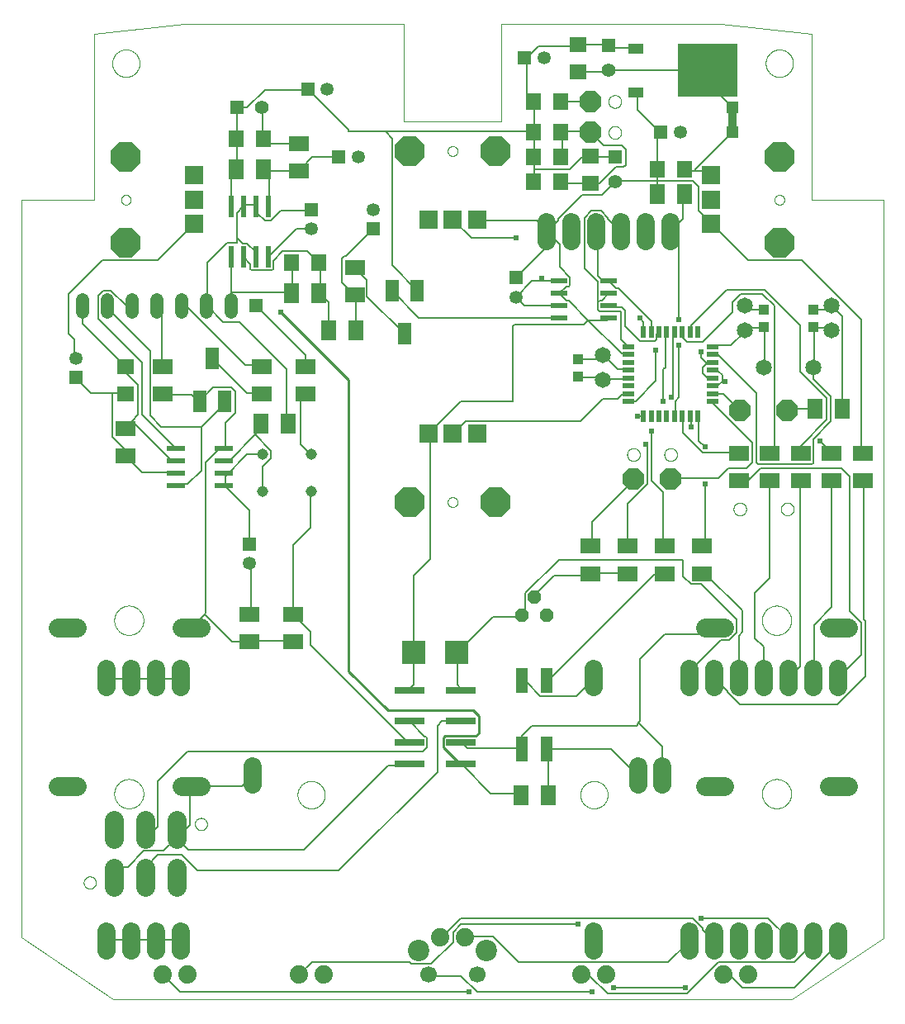
<source format=gtl>
G04 EAGLE Gerber RS-274X export*
G75*
%MOMM*%
%FSLAX34Y34*%
%LPD*%
%INTop Layer*%
%IPPOS*%
%AMOC8*
5,1,8,0,0,1.08239X$1,22.5*%
G01*
%ADD10C,0.000000*%
%ADD11R,1.350000X1.350000*%
%ADD12C,1.350000*%
%ADD13R,1.000000X1.100000*%
%ADD14C,1.651000*%
%ADD15R,1.800000X1.600000*%
%ADD16C,1.143000*%
%ADD17R,1.600000X1.800000*%
%ADD18C,1.408000*%
%ADD19R,1.408000X1.408000*%
%ADD20R,0.609600X2.209800*%
%ADD21C,1.879600*%
%ADD22R,1.600000X2.000000*%
%ADD23R,2.000000X1.600000*%
%ADD24R,1.320800X2.184400*%
%ADD25R,1.879600X1.879600*%
%ADD26P,3.247170X8X22.500000*%
%ADD27R,1.320800X1.320800*%
%ADD28C,1.320800*%
%ADD29R,1.981200X0.558800*%
%ADD30R,1.270000X0.558800*%
%ADD31R,0.558800X1.270000*%
%ADD32P,3.247170X8X112.500000*%
%ADD33P,3.247170X8X202.500000*%
%ADD34P,3.247170X8X292.500000*%
%ADD35R,3.100000X0.800000*%
%ADD36R,1.270000X2.540000*%
%ADD37C,1.950000*%
%ADD38R,1.600000X1.000000*%
%ADD39R,6.200000X5.400000*%
%ADD40P,2.336880X8X22.500000*%
%ADD41R,2.400000X2.400000*%
%ADD42R,1.270000X1.270000*%
%ADD43C,0.812800*%
%ADD44C,2.200000*%
%ADD45C,1.700000*%
%ADD46C,1.879600*%
%ADD47P,1.429621X8X22.500000*%
%ADD48R,1.720000X0.600000*%
%ADD49P,2.336880X8X202.500000*%
%ADD50C,0.203200*%
%ADD51C,0.604800*%
%ADD52C,0.254000*%


D10*
X33000Y63500D02*
X127000Y0D01*
X843000Y820000D02*
X917000Y820000D01*
X843000Y820000D02*
X843000Y990000D01*
X750000Y1000000D01*
X525000Y1000000D01*
X525000Y900000D01*
X425000Y900000D01*
X425000Y1000000D01*
X200000Y1000000D01*
X107000Y990000D01*
X107000Y820000D01*
X33000Y820000D01*
X127000Y0D02*
X823000Y0D01*
X917000Y63000D01*
X917000Y820000D01*
X33000Y820000D02*
X33000Y63500D01*
D11*
X88900Y637700D03*
D12*
X88900Y657700D03*
D11*
X393700Y790100D03*
D12*
X393700Y810100D03*
D11*
X330200Y810100D03*
D12*
X330200Y790100D03*
D13*
X844550Y707000D03*
X844550Y690000D03*
X793750Y707000D03*
X793750Y690000D03*
D14*
X628650Y635000D03*
X628650Y660400D03*
D11*
X358300Y863600D03*
D12*
X378300Y863600D03*
D15*
X139700Y649000D03*
X139700Y621000D03*
D16*
X329800Y520700D03*
X279800Y520700D03*
D11*
X326550Y933450D03*
D12*
X346550Y933450D03*
D17*
X280700Y882650D03*
X252700Y882650D03*
X309850Y755650D03*
X337850Y755650D03*
D18*
X279400Y914400D03*
D19*
X254000Y914400D03*
D20*
X247650Y761238D03*
X260350Y761238D03*
X273050Y761238D03*
X285750Y761238D03*
X285750Y813562D03*
X273050Y813562D03*
X260350Y813562D03*
X247650Y813562D03*
D21*
X571500Y796798D02*
X571500Y778002D01*
X596900Y778002D02*
X596900Y796798D01*
X622300Y796798D02*
X622300Y778002D01*
X647700Y778002D02*
X647700Y796798D01*
X673100Y796798D02*
X673100Y778002D01*
X698500Y778002D02*
X698500Y796798D01*
D22*
X252700Y850900D03*
X280700Y850900D03*
X309850Y723900D03*
X337850Y723900D03*
X347950Y685800D03*
X375950Y685800D03*
D23*
X374650Y750600D03*
X374650Y722600D03*
D24*
X438180Y726850D03*
X425450Y682850D03*
X412720Y726850D03*
D22*
X712500Y825500D03*
X684500Y825500D03*
D23*
X317500Y877600D03*
X317500Y849600D03*
X177800Y621000D03*
X177800Y649000D03*
D22*
X278100Y590550D03*
X306100Y590550D03*
D23*
X311150Y395000D03*
X311150Y367000D03*
X139700Y557500D03*
X139700Y585500D03*
X323850Y649000D03*
X323850Y621000D03*
X279400Y649000D03*
X279400Y621000D03*
D24*
X215870Y613000D03*
X228600Y657000D03*
X241330Y613000D03*
D25*
X210000Y845000D03*
X210000Y820000D03*
X210000Y795000D03*
D26*
X140000Y864000D03*
X140000Y776000D03*
D10*
X135000Y820000D02*
X135002Y820141D01*
X135008Y820282D01*
X135018Y820422D01*
X135032Y820562D01*
X135050Y820702D01*
X135071Y820841D01*
X135097Y820980D01*
X135126Y821118D01*
X135160Y821254D01*
X135197Y821390D01*
X135238Y821525D01*
X135283Y821659D01*
X135332Y821791D01*
X135384Y821922D01*
X135440Y822051D01*
X135500Y822178D01*
X135563Y822304D01*
X135629Y822428D01*
X135700Y822551D01*
X135773Y822671D01*
X135850Y822789D01*
X135930Y822905D01*
X136014Y823018D01*
X136100Y823129D01*
X136190Y823238D01*
X136283Y823344D01*
X136378Y823447D01*
X136477Y823548D01*
X136578Y823646D01*
X136682Y823741D01*
X136789Y823833D01*
X136898Y823922D01*
X137010Y824007D01*
X137124Y824090D01*
X137240Y824170D01*
X137359Y824246D01*
X137480Y824318D01*
X137602Y824388D01*
X137727Y824453D01*
X137853Y824516D01*
X137981Y824574D01*
X138111Y824629D01*
X138242Y824681D01*
X138375Y824728D01*
X138509Y824772D01*
X138644Y824813D01*
X138780Y824849D01*
X138917Y824881D01*
X139055Y824910D01*
X139193Y824935D01*
X139333Y824955D01*
X139473Y824972D01*
X139613Y824985D01*
X139754Y824994D01*
X139894Y824999D01*
X140035Y825000D01*
X140176Y824997D01*
X140317Y824990D01*
X140457Y824979D01*
X140597Y824964D01*
X140737Y824945D01*
X140876Y824923D01*
X141014Y824896D01*
X141152Y824866D01*
X141288Y824831D01*
X141424Y824793D01*
X141558Y824751D01*
X141692Y824705D01*
X141824Y824656D01*
X141954Y824602D01*
X142083Y824545D01*
X142210Y824485D01*
X142336Y824421D01*
X142459Y824353D01*
X142581Y824282D01*
X142701Y824208D01*
X142818Y824130D01*
X142933Y824049D01*
X143046Y823965D01*
X143157Y823878D01*
X143265Y823787D01*
X143370Y823694D01*
X143473Y823597D01*
X143573Y823498D01*
X143670Y823396D01*
X143764Y823291D01*
X143855Y823184D01*
X143943Y823074D01*
X144028Y822962D01*
X144110Y822847D01*
X144189Y822730D01*
X144264Y822611D01*
X144336Y822490D01*
X144404Y822367D01*
X144469Y822242D01*
X144531Y822115D01*
X144588Y821986D01*
X144643Y821856D01*
X144693Y821725D01*
X144740Y821592D01*
X144783Y821458D01*
X144822Y821322D01*
X144857Y821186D01*
X144889Y821049D01*
X144916Y820911D01*
X144940Y820772D01*
X144960Y820632D01*
X144976Y820492D01*
X144988Y820352D01*
X144996Y820211D01*
X145000Y820070D01*
X145000Y819930D01*
X144996Y819789D01*
X144988Y819648D01*
X144976Y819508D01*
X144960Y819368D01*
X144940Y819228D01*
X144916Y819089D01*
X144889Y818951D01*
X144857Y818814D01*
X144822Y818678D01*
X144783Y818542D01*
X144740Y818408D01*
X144693Y818275D01*
X144643Y818144D01*
X144588Y818014D01*
X144531Y817885D01*
X144469Y817758D01*
X144404Y817633D01*
X144336Y817510D01*
X144264Y817389D01*
X144189Y817270D01*
X144110Y817153D01*
X144028Y817038D01*
X143943Y816926D01*
X143855Y816816D01*
X143764Y816709D01*
X143670Y816604D01*
X143573Y816502D01*
X143473Y816403D01*
X143370Y816306D01*
X143265Y816213D01*
X143157Y816122D01*
X143046Y816035D01*
X142933Y815951D01*
X142818Y815870D01*
X142701Y815792D01*
X142581Y815718D01*
X142459Y815647D01*
X142336Y815579D01*
X142210Y815515D01*
X142083Y815455D01*
X141954Y815398D01*
X141824Y815344D01*
X141692Y815295D01*
X141558Y815249D01*
X141424Y815207D01*
X141288Y815169D01*
X141152Y815134D01*
X141014Y815104D01*
X140876Y815077D01*
X140737Y815055D01*
X140597Y815036D01*
X140457Y815021D01*
X140317Y815010D01*
X140176Y815003D01*
X140035Y815000D01*
X139894Y815001D01*
X139754Y815006D01*
X139613Y815015D01*
X139473Y815028D01*
X139333Y815045D01*
X139193Y815065D01*
X139055Y815090D01*
X138917Y815119D01*
X138780Y815151D01*
X138644Y815187D01*
X138509Y815228D01*
X138375Y815272D01*
X138242Y815319D01*
X138111Y815371D01*
X137981Y815426D01*
X137853Y815484D01*
X137727Y815547D01*
X137602Y815612D01*
X137480Y815682D01*
X137359Y815754D01*
X137240Y815830D01*
X137124Y815910D01*
X137010Y815993D01*
X136898Y816078D01*
X136789Y816167D01*
X136682Y816259D01*
X136578Y816354D01*
X136477Y816452D01*
X136378Y816553D01*
X136283Y816656D01*
X136190Y816762D01*
X136100Y816871D01*
X136014Y816982D01*
X135930Y817095D01*
X135850Y817211D01*
X135773Y817329D01*
X135700Y817449D01*
X135629Y817572D01*
X135563Y817696D01*
X135500Y817822D01*
X135440Y817949D01*
X135384Y818078D01*
X135332Y818209D01*
X135283Y818341D01*
X135238Y818475D01*
X135197Y818610D01*
X135160Y818746D01*
X135126Y818882D01*
X135097Y819020D01*
X135071Y819159D01*
X135050Y819298D01*
X135032Y819438D01*
X135018Y819578D01*
X135008Y819718D01*
X135002Y819859D01*
X135000Y820000D01*
D27*
X273050Y711200D03*
D28*
X247650Y717804D02*
X247650Y704596D01*
X222250Y704596D02*
X222250Y717804D01*
X196850Y717804D02*
X196850Y704596D01*
X171450Y704596D02*
X171450Y717804D01*
X146050Y717804D02*
X146050Y704596D01*
X120650Y704596D02*
X120650Y717804D01*
X95250Y717804D02*
X95250Y704596D01*
D29*
X240538Y527050D03*
X240538Y539750D03*
X240538Y552450D03*
X240538Y565150D03*
X191262Y565150D03*
X191262Y552450D03*
X191262Y539750D03*
X191262Y527050D03*
D30*
X741426Y613350D03*
X741426Y621350D03*
X741426Y629350D03*
X741426Y637350D03*
X741426Y645350D03*
X741426Y653350D03*
X741426Y661350D03*
X741426Y669350D03*
D31*
X726500Y684276D03*
X718500Y684276D03*
X710500Y684276D03*
X702500Y684276D03*
X694500Y684276D03*
X686500Y684276D03*
X678500Y684276D03*
X670500Y684276D03*
D30*
X655574Y669350D03*
X655574Y661350D03*
X655574Y653350D03*
X655574Y645350D03*
X655574Y637350D03*
X655574Y629350D03*
X655574Y621350D03*
X655574Y613350D03*
D31*
X670500Y598424D03*
X678500Y598424D03*
X686500Y598424D03*
X694500Y598424D03*
X702500Y598424D03*
X710500Y598424D03*
X718500Y598424D03*
X726500Y598424D03*
D14*
X793750Y647700D03*
X844550Y647700D03*
D23*
X800100Y532100D03*
X800100Y560100D03*
X831850Y532100D03*
X831850Y560100D03*
X863600Y532100D03*
X863600Y560100D03*
X768350Y532100D03*
X768350Y560100D03*
D25*
X450000Y580000D03*
X475000Y580000D03*
X500000Y580000D03*
D32*
X431000Y510000D03*
X519000Y510000D03*
D10*
X470000Y510000D02*
X470002Y510141D01*
X470008Y510282D01*
X470018Y510422D01*
X470032Y510562D01*
X470050Y510702D01*
X470071Y510841D01*
X470097Y510980D01*
X470126Y511118D01*
X470160Y511254D01*
X470197Y511390D01*
X470238Y511525D01*
X470283Y511659D01*
X470332Y511791D01*
X470384Y511922D01*
X470440Y512051D01*
X470500Y512178D01*
X470563Y512304D01*
X470629Y512428D01*
X470700Y512551D01*
X470773Y512671D01*
X470850Y512789D01*
X470930Y512905D01*
X471014Y513018D01*
X471100Y513129D01*
X471190Y513238D01*
X471283Y513344D01*
X471378Y513447D01*
X471477Y513548D01*
X471578Y513646D01*
X471682Y513741D01*
X471789Y513833D01*
X471898Y513922D01*
X472010Y514007D01*
X472124Y514090D01*
X472240Y514170D01*
X472359Y514246D01*
X472480Y514318D01*
X472602Y514388D01*
X472727Y514453D01*
X472853Y514516D01*
X472981Y514574D01*
X473111Y514629D01*
X473242Y514681D01*
X473375Y514728D01*
X473509Y514772D01*
X473644Y514813D01*
X473780Y514849D01*
X473917Y514881D01*
X474055Y514910D01*
X474193Y514935D01*
X474333Y514955D01*
X474473Y514972D01*
X474613Y514985D01*
X474754Y514994D01*
X474894Y514999D01*
X475035Y515000D01*
X475176Y514997D01*
X475317Y514990D01*
X475457Y514979D01*
X475597Y514964D01*
X475737Y514945D01*
X475876Y514923D01*
X476014Y514896D01*
X476152Y514866D01*
X476288Y514831D01*
X476424Y514793D01*
X476558Y514751D01*
X476692Y514705D01*
X476824Y514656D01*
X476954Y514602D01*
X477083Y514545D01*
X477210Y514485D01*
X477336Y514421D01*
X477459Y514353D01*
X477581Y514282D01*
X477701Y514208D01*
X477818Y514130D01*
X477933Y514049D01*
X478046Y513965D01*
X478157Y513878D01*
X478265Y513787D01*
X478370Y513694D01*
X478473Y513597D01*
X478573Y513498D01*
X478670Y513396D01*
X478764Y513291D01*
X478855Y513184D01*
X478943Y513074D01*
X479028Y512962D01*
X479110Y512847D01*
X479189Y512730D01*
X479264Y512611D01*
X479336Y512490D01*
X479404Y512367D01*
X479469Y512242D01*
X479531Y512115D01*
X479588Y511986D01*
X479643Y511856D01*
X479693Y511725D01*
X479740Y511592D01*
X479783Y511458D01*
X479822Y511322D01*
X479857Y511186D01*
X479889Y511049D01*
X479916Y510911D01*
X479940Y510772D01*
X479960Y510632D01*
X479976Y510492D01*
X479988Y510352D01*
X479996Y510211D01*
X480000Y510070D01*
X480000Y509930D01*
X479996Y509789D01*
X479988Y509648D01*
X479976Y509508D01*
X479960Y509368D01*
X479940Y509228D01*
X479916Y509089D01*
X479889Y508951D01*
X479857Y508814D01*
X479822Y508678D01*
X479783Y508542D01*
X479740Y508408D01*
X479693Y508275D01*
X479643Y508144D01*
X479588Y508014D01*
X479531Y507885D01*
X479469Y507758D01*
X479404Y507633D01*
X479336Y507510D01*
X479264Y507389D01*
X479189Y507270D01*
X479110Y507153D01*
X479028Y507038D01*
X478943Y506926D01*
X478855Y506816D01*
X478764Y506709D01*
X478670Y506604D01*
X478573Y506502D01*
X478473Y506403D01*
X478370Y506306D01*
X478265Y506213D01*
X478157Y506122D01*
X478046Y506035D01*
X477933Y505951D01*
X477818Y505870D01*
X477701Y505792D01*
X477581Y505718D01*
X477459Y505647D01*
X477336Y505579D01*
X477210Y505515D01*
X477083Y505455D01*
X476954Y505398D01*
X476824Y505344D01*
X476692Y505295D01*
X476558Y505249D01*
X476424Y505207D01*
X476288Y505169D01*
X476152Y505134D01*
X476014Y505104D01*
X475876Y505077D01*
X475737Y505055D01*
X475597Y505036D01*
X475457Y505021D01*
X475317Y505010D01*
X475176Y505003D01*
X475035Y505000D01*
X474894Y505001D01*
X474754Y505006D01*
X474613Y505015D01*
X474473Y505028D01*
X474333Y505045D01*
X474193Y505065D01*
X474055Y505090D01*
X473917Y505119D01*
X473780Y505151D01*
X473644Y505187D01*
X473509Y505228D01*
X473375Y505272D01*
X473242Y505319D01*
X473111Y505371D01*
X472981Y505426D01*
X472853Y505484D01*
X472727Y505547D01*
X472602Y505612D01*
X472480Y505682D01*
X472359Y505754D01*
X472240Y505830D01*
X472124Y505910D01*
X472010Y505993D01*
X471898Y506078D01*
X471789Y506167D01*
X471682Y506259D01*
X471578Y506354D01*
X471477Y506452D01*
X471378Y506553D01*
X471283Y506656D01*
X471190Y506762D01*
X471100Y506871D01*
X471014Y506982D01*
X470930Y507095D01*
X470850Y507211D01*
X470773Y507329D01*
X470700Y507449D01*
X470629Y507572D01*
X470563Y507696D01*
X470500Y507822D01*
X470440Y507949D01*
X470384Y508078D01*
X470332Y508209D01*
X470283Y508341D01*
X470238Y508475D01*
X470197Y508610D01*
X470160Y508746D01*
X470126Y508882D01*
X470097Y509020D01*
X470071Y509159D01*
X470050Y509298D01*
X470032Y509438D01*
X470018Y509578D01*
X470008Y509718D01*
X470002Y509859D01*
X470000Y510000D01*
D25*
X740000Y795000D03*
X740000Y820000D03*
X740000Y845000D03*
D33*
X810000Y776000D03*
X810000Y864000D03*
D10*
X805000Y820000D02*
X805002Y820141D01*
X805008Y820282D01*
X805018Y820422D01*
X805032Y820562D01*
X805050Y820702D01*
X805071Y820841D01*
X805097Y820980D01*
X805126Y821118D01*
X805160Y821254D01*
X805197Y821390D01*
X805238Y821525D01*
X805283Y821659D01*
X805332Y821791D01*
X805384Y821922D01*
X805440Y822051D01*
X805500Y822178D01*
X805563Y822304D01*
X805629Y822428D01*
X805700Y822551D01*
X805773Y822671D01*
X805850Y822789D01*
X805930Y822905D01*
X806014Y823018D01*
X806100Y823129D01*
X806190Y823238D01*
X806283Y823344D01*
X806378Y823447D01*
X806477Y823548D01*
X806578Y823646D01*
X806682Y823741D01*
X806789Y823833D01*
X806898Y823922D01*
X807010Y824007D01*
X807124Y824090D01*
X807240Y824170D01*
X807359Y824246D01*
X807480Y824318D01*
X807602Y824388D01*
X807727Y824453D01*
X807853Y824516D01*
X807981Y824574D01*
X808111Y824629D01*
X808242Y824681D01*
X808375Y824728D01*
X808509Y824772D01*
X808644Y824813D01*
X808780Y824849D01*
X808917Y824881D01*
X809055Y824910D01*
X809193Y824935D01*
X809333Y824955D01*
X809473Y824972D01*
X809613Y824985D01*
X809754Y824994D01*
X809894Y824999D01*
X810035Y825000D01*
X810176Y824997D01*
X810317Y824990D01*
X810457Y824979D01*
X810597Y824964D01*
X810737Y824945D01*
X810876Y824923D01*
X811014Y824896D01*
X811152Y824866D01*
X811288Y824831D01*
X811424Y824793D01*
X811558Y824751D01*
X811692Y824705D01*
X811824Y824656D01*
X811954Y824602D01*
X812083Y824545D01*
X812210Y824485D01*
X812336Y824421D01*
X812459Y824353D01*
X812581Y824282D01*
X812701Y824208D01*
X812818Y824130D01*
X812933Y824049D01*
X813046Y823965D01*
X813157Y823878D01*
X813265Y823787D01*
X813370Y823694D01*
X813473Y823597D01*
X813573Y823498D01*
X813670Y823396D01*
X813764Y823291D01*
X813855Y823184D01*
X813943Y823074D01*
X814028Y822962D01*
X814110Y822847D01*
X814189Y822730D01*
X814264Y822611D01*
X814336Y822490D01*
X814404Y822367D01*
X814469Y822242D01*
X814531Y822115D01*
X814588Y821986D01*
X814643Y821856D01*
X814693Y821725D01*
X814740Y821592D01*
X814783Y821458D01*
X814822Y821322D01*
X814857Y821186D01*
X814889Y821049D01*
X814916Y820911D01*
X814940Y820772D01*
X814960Y820632D01*
X814976Y820492D01*
X814988Y820352D01*
X814996Y820211D01*
X815000Y820070D01*
X815000Y819930D01*
X814996Y819789D01*
X814988Y819648D01*
X814976Y819508D01*
X814960Y819368D01*
X814940Y819228D01*
X814916Y819089D01*
X814889Y818951D01*
X814857Y818814D01*
X814822Y818678D01*
X814783Y818542D01*
X814740Y818408D01*
X814693Y818275D01*
X814643Y818144D01*
X814588Y818014D01*
X814531Y817885D01*
X814469Y817758D01*
X814404Y817633D01*
X814336Y817510D01*
X814264Y817389D01*
X814189Y817270D01*
X814110Y817153D01*
X814028Y817038D01*
X813943Y816926D01*
X813855Y816816D01*
X813764Y816709D01*
X813670Y816604D01*
X813573Y816502D01*
X813473Y816403D01*
X813370Y816306D01*
X813265Y816213D01*
X813157Y816122D01*
X813046Y816035D01*
X812933Y815951D01*
X812818Y815870D01*
X812701Y815792D01*
X812581Y815718D01*
X812459Y815647D01*
X812336Y815579D01*
X812210Y815515D01*
X812083Y815455D01*
X811954Y815398D01*
X811824Y815344D01*
X811692Y815295D01*
X811558Y815249D01*
X811424Y815207D01*
X811288Y815169D01*
X811152Y815134D01*
X811014Y815104D01*
X810876Y815077D01*
X810737Y815055D01*
X810597Y815036D01*
X810457Y815021D01*
X810317Y815010D01*
X810176Y815003D01*
X810035Y815000D01*
X809894Y815001D01*
X809754Y815006D01*
X809613Y815015D01*
X809473Y815028D01*
X809333Y815045D01*
X809193Y815065D01*
X809055Y815090D01*
X808917Y815119D01*
X808780Y815151D01*
X808644Y815187D01*
X808509Y815228D01*
X808375Y815272D01*
X808242Y815319D01*
X808111Y815371D01*
X807981Y815426D01*
X807853Y815484D01*
X807727Y815547D01*
X807602Y815612D01*
X807480Y815682D01*
X807359Y815754D01*
X807240Y815830D01*
X807124Y815910D01*
X807010Y815993D01*
X806898Y816078D01*
X806789Y816167D01*
X806682Y816259D01*
X806578Y816354D01*
X806477Y816452D01*
X806378Y816553D01*
X806283Y816656D01*
X806190Y816762D01*
X806100Y816871D01*
X806014Y816982D01*
X805930Y817095D01*
X805850Y817211D01*
X805773Y817329D01*
X805700Y817449D01*
X805629Y817572D01*
X805563Y817696D01*
X805500Y817822D01*
X805440Y817949D01*
X805384Y818078D01*
X805332Y818209D01*
X805283Y818341D01*
X805238Y818475D01*
X805197Y818610D01*
X805160Y818746D01*
X805126Y818882D01*
X805097Y819020D01*
X805071Y819159D01*
X805050Y819298D01*
X805032Y819438D01*
X805018Y819578D01*
X805008Y819718D01*
X805002Y819859D01*
X805000Y820000D01*
D25*
X500000Y800000D03*
X475000Y800000D03*
X450000Y800000D03*
D34*
X519000Y870000D03*
X431000Y870000D03*
D10*
X470000Y870000D02*
X470002Y870141D01*
X470008Y870282D01*
X470018Y870422D01*
X470032Y870562D01*
X470050Y870702D01*
X470071Y870841D01*
X470097Y870980D01*
X470126Y871118D01*
X470160Y871254D01*
X470197Y871390D01*
X470238Y871525D01*
X470283Y871659D01*
X470332Y871791D01*
X470384Y871922D01*
X470440Y872051D01*
X470500Y872178D01*
X470563Y872304D01*
X470629Y872428D01*
X470700Y872551D01*
X470773Y872671D01*
X470850Y872789D01*
X470930Y872905D01*
X471014Y873018D01*
X471100Y873129D01*
X471190Y873238D01*
X471283Y873344D01*
X471378Y873447D01*
X471477Y873548D01*
X471578Y873646D01*
X471682Y873741D01*
X471789Y873833D01*
X471898Y873922D01*
X472010Y874007D01*
X472124Y874090D01*
X472240Y874170D01*
X472359Y874246D01*
X472480Y874318D01*
X472602Y874388D01*
X472727Y874453D01*
X472853Y874516D01*
X472981Y874574D01*
X473111Y874629D01*
X473242Y874681D01*
X473375Y874728D01*
X473509Y874772D01*
X473644Y874813D01*
X473780Y874849D01*
X473917Y874881D01*
X474055Y874910D01*
X474193Y874935D01*
X474333Y874955D01*
X474473Y874972D01*
X474613Y874985D01*
X474754Y874994D01*
X474894Y874999D01*
X475035Y875000D01*
X475176Y874997D01*
X475317Y874990D01*
X475457Y874979D01*
X475597Y874964D01*
X475737Y874945D01*
X475876Y874923D01*
X476014Y874896D01*
X476152Y874866D01*
X476288Y874831D01*
X476424Y874793D01*
X476558Y874751D01*
X476692Y874705D01*
X476824Y874656D01*
X476954Y874602D01*
X477083Y874545D01*
X477210Y874485D01*
X477336Y874421D01*
X477459Y874353D01*
X477581Y874282D01*
X477701Y874208D01*
X477818Y874130D01*
X477933Y874049D01*
X478046Y873965D01*
X478157Y873878D01*
X478265Y873787D01*
X478370Y873694D01*
X478473Y873597D01*
X478573Y873498D01*
X478670Y873396D01*
X478764Y873291D01*
X478855Y873184D01*
X478943Y873074D01*
X479028Y872962D01*
X479110Y872847D01*
X479189Y872730D01*
X479264Y872611D01*
X479336Y872490D01*
X479404Y872367D01*
X479469Y872242D01*
X479531Y872115D01*
X479588Y871986D01*
X479643Y871856D01*
X479693Y871725D01*
X479740Y871592D01*
X479783Y871458D01*
X479822Y871322D01*
X479857Y871186D01*
X479889Y871049D01*
X479916Y870911D01*
X479940Y870772D01*
X479960Y870632D01*
X479976Y870492D01*
X479988Y870352D01*
X479996Y870211D01*
X480000Y870070D01*
X480000Y869930D01*
X479996Y869789D01*
X479988Y869648D01*
X479976Y869508D01*
X479960Y869368D01*
X479940Y869228D01*
X479916Y869089D01*
X479889Y868951D01*
X479857Y868814D01*
X479822Y868678D01*
X479783Y868542D01*
X479740Y868408D01*
X479693Y868275D01*
X479643Y868144D01*
X479588Y868014D01*
X479531Y867885D01*
X479469Y867758D01*
X479404Y867633D01*
X479336Y867510D01*
X479264Y867389D01*
X479189Y867270D01*
X479110Y867153D01*
X479028Y867038D01*
X478943Y866926D01*
X478855Y866816D01*
X478764Y866709D01*
X478670Y866604D01*
X478573Y866502D01*
X478473Y866403D01*
X478370Y866306D01*
X478265Y866213D01*
X478157Y866122D01*
X478046Y866035D01*
X477933Y865951D01*
X477818Y865870D01*
X477701Y865792D01*
X477581Y865718D01*
X477459Y865647D01*
X477336Y865579D01*
X477210Y865515D01*
X477083Y865455D01*
X476954Y865398D01*
X476824Y865344D01*
X476692Y865295D01*
X476558Y865249D01*
X476424Y865207D01*
X476288Y865169D01*
X476152Y865134D01*
X476014Y865104D01*
X475876Y865077D01*
X475737Y865055D01*
X475597Y865036D01*
X475457Y865021D01*
X475317Y865010D01*
X475176Y865003D01*
X475035Y865000D01*
X474894Y865001D01*
X474754Y865006D01*
X474613Y865015D01*
X474473Y865028D01*
X474333Y865045D01*
X474193Y865065D01*
X474055Y865090D01*
X473917Y865119D01*
X473780Y865151D01*
X473644Y865187D01*
X473509Y865228D01*
X473375Y865272D01*
X473242Y865319D01*
X473111Y865371D01*
X472981Y865426D01*
X472853Y865484D01*
X472727Y865547D01*
X472602Y865612D01*
X472480Y865682D01*
X472359Y865754D01*
X472240Y865830D01*
X472124Y865910D01*
X472010Y865993D01*
X471898Y866078D01*
X471789Y866167D01*
X471682Y866259D01*
X471578Y866354D01*
X471477Y866452D01*
X471378Y866553D01*
X471283Y866656D01*
X471190Y866762D01*
X471100Y866871D01*
X471014Y866982D01*
X470930Y867095D01*
X470850Y867211D01*
X470773Y867329D01*
X470700Y867449D01*
X470629Y867572D01*
X470563Y867696D01*
X470500Y867822D01*
X470440Y867949D01*
X470384Y868078D01*
X470332Y868209D01*
X470283Y868341D01*
X470238Y868475D01*
X470197Y868610D01*
X470160Y868746D01*
X470126Y868882D01*
X470097Y869020D01*
X470071Y869159D01*
X470050Y869298D01*
X470032Y869438D01*
X470018Y869578D01*
X470008Y869718D01*
X470002Y869859D01*
X470000Y870000D01*
D23*
X266700Y367000D03*
X266700Y395000D03*
X895350Y532100D03*
X895350Y560100D03*
D35*
X430700Y317400D03*
X430700Y285400D03*
X430700Y263400D03*
X430700Y241400D03*
X483700Y317400D03*
X483700Y285400D03*
X483700Y263400D03*
X483700Y241400D03*
D36*
X571500Y327100D03*
X546100Y327100D03*
X546100Y257100D03*
X571500Y257100D03*
D23*
X615950Y464850D03*
X615950Y436850D03*
X654050Y436850D03*
X654050Y464850D03*
X692150Y436850D03*
X692150Y464850D03*
D37*
X89250Y218850D02*
X69750Y218850D01*
X69750Y381150D02*
X89250Y381150D01*
X196750Y218850D02*
X216250Y218850D01*
X216250Y381150D02*
X196750Y381150D01*
D10*
X128000Y211100D02*
X128005Y211468D01*
X128018Y211836D01*
X128041Y212203D01*
X128072Y212570D01*
X128113Y212936D01*
X128162Y213301D01*
X128221Y213664D01*
X128288Y214026D01*
X128364Y214387D01*
X128450Y214745D01*
X128543Y215101D01*
X128646Y215454D01*
X128757Y215805D01*
X128877Y216153D01*
X129005Y216498D01*
X129142Y216840D01*
X129287Y217179D01*
X129440Y217513D01*
X129602Y217844D01*
X129771Y218171D01*
X129949Y218493D01*
X130134Y218812D01*
X130327Y219125D01*
X130528Y219434D01*
X130736Y219737D01*
X130952Y220035D01*
X131175Y220328D01*
X131405Y220616D01*
X131642Y220898D01*
X131886Y221173D01*
X132136Y221443D01*
X132393Y221707D01*
X132657Y221964D01*
X132927Y222214D01*
X133202Y222458D01*
X133484Y222695D01*
X133772Y222925D01*
X134065Y223148D01*
X134363Y223364D01*
X134666Y223572D01*
X134975Y223773D01*
X135288Y223966D01*
X135607Y224151D01*
X135929Y224329D01*
X136256Y224498D01*
X136587Y224660D01*
X136921Y224813D01*
X137260Y224958D01*
X137602Y225095D01*
X137947Y225223D01*
X138295Y225343D01*
X138646Y225454D01*
X138999Y225557D01*
X139355Y225650D01*
X139713Y225736D01*
X140074Y225812D01*
X140436Y225879D01*
X140799Y225938D01*
X141164Y225987D01*
X141530Y226028D01*
X141897Y226059D01*
X142264Y226082D01*
X142632Y226095D01*
X143000Y226100D01*
X143368Y226095D01*
X143736Y226082D01*
X144103Y226059D01*
X144470Y226028D01*
X144836Y225987D01*
X145201Y225938D01*
X145564Y225879D01*
X145926Y225812D01*
X146287Y225736D01*
X146645Y225650D01*
X147001Y225557D01*
X147354Y225454D01*
X147705Y225343D01*
X148053Y225223D01*
X148398Y225095D01*
X148740Y224958D01*
X149079Y224813D01*
X149413Y224660D01*
X149744Y224498D01*
X150071Y224329D01*
X150393Y224151D01*
X150712Y223966D01*
X151025Y223773D01*
X151334Y223572D01*
X151637Y223364D01*
X151935Y223148D01*
X152228Y222925D01*
X152516Y222695D01*
X152798Y222458D01*
X153073Y222214D01*
X153343Y221964D01*
X153607Y221707D01*
X153864Y221443D01*
X154114Y221173D01*
X154358Y220898D01*
X154595Y220616D01*
X154825Y220328D01*
X155048Y220035D01*
X155264Y219737D01*
X155472Y219434D01*
X155673Y219125D01*
X155866Y218812D01*
X156051Y218493D01*
X156229Y218171D01*
X156398Y217844D01*
X156560Y217513D01*
X156713Y217179D01*
X156858Y216840D01*
X156995Y216498D01*
X157123Y216153D01*
X157243Y215805D01*
X157354Y215454D01*
X157457Y215101D01*
X157550Y214745D01*
X157636Y214387D01*
X157712Y214026D01*
X157779Y213664D01*
X157838Y213301D01*
X157887Y212936D01*
X157928Y212570D01*
X157959Y212203D01*
X157982Y211836D01*
X157995Y211468D01*
X158000Y211100D01*
X157995Y210732D01*
X157982Y210364D01*
X157959Y209997D01*
X157928Y209630D01*
X157887Y209264D01*
X157838Y208899D01*
X157779Y208536D01*
X157712Y208174D01*
X157636Y207813D01*
X157550Y207455D01*
X157457Y207099D01*
X157354Y206746D01*
X157243Y206395D01*
X157123Y206047D01*
X156995Y205702D01*
X156858Y205360D01*
X156713Y205021D01*
X156560Y204687D01*
X156398Y204356D01*
X156229Y204029D01*
X156051Y203707D01*
X155866Y203388D01*
X155673Y203075D01*
X155472Y202766D01*
X155264Y202463D01*
X155048Y202165D01*
X154825Y201872D01*
X154595Y201584D01*
X154358Y201302D01*
X154114Y201027D01*
X153864Y200757D01*
X153607Y200493D01*
X153343Y200236D01*
X153073Y199986D01*
X152798Y199742D01*
X152516Y199505D01*
X152228Y199275D01*
X151935Y199052D01*
X151637Y198836D01*
X151334Y198628D01*
X151025Y198427D01*
X150712Y198234D01*
X150393Y198049D01*
X150071Y197871D01*
X149744Y197702D01*
X149413Y197540D01*
X149079Y197387D01*
X148740Y197242D01*
X148398Y197105D01*
X148053Y196977D01*
X147705Y196857D01*
X147354Y196746D01*
X147001Y196643D01*
X146645Y196550D01*
X146287Y196464D01*
X145926Y196388D01*
X145564Y196321D01*
X145201Y196262D01*
X144836Y196213D01*
X144470Y196172D01*
X144103Y196141D01*
X143736Y196118D01*
X143368Y196105D01*
X143000Y196100D01*
X142632Y196105D01*
X142264Y196118D01*
X141897Y196141D01*
X141530Y196172D01*
X141164Y196213D01*
X140799Y196262D01*
X140436Y196321D01*
X140074Y196388D01*
X139713Y196464D01*
X139355Y196550D01*
X138999Y196643D01*
X138646Y196746D01*
X138295Y196857D01*
X137947Y196977D01*
X137602Y197105D01*
X137260Y197242D01*
X136921Y197387D01*
X136587Y197540D01*
X136256Y197702D01*
X135929Y197871D01*
X135607Y198049D01*
X135288Y198234D01*
X134975Y198427D01*
X134666Y198628D01*
X134363Y198836D01*
X134065Y199052D01*
X133772Y199275D01*
X133484Y199505D01*
X133202Y199742D01*
X132927Y199986D01*
X132657Y200236D01*
X132393Y200493D01*
X132136Y200757D01*
X131886Y201027D01*
X131642Y201302D01*
X131405Y201584D01*
X131175Y201872D01*
X130952Y202165D01*
X130736Y202463D01*
X130528Y202766D01*
X130327Y203075D01*
X130134Y203388D01*
X129949Y203707D01*
X129771Y204029D01*
X129602Y204356D01*
X129440Y204687D01*
X129287Y205021D01*
X129142Y205360D01*
X129005Y205702D01*
X128877Y206047D01*
X128757Y206395D01*
X128646Y206746D01*
X128543Y207099D01*
X128450Y207455D01*
X128364Y207813D01*
X128288Y208174D01*
X128221Y208536D01*
X128162Y208899D01*
X128113Y209264D01*
X128072Y209630D01*
X128041Y209997D01*
X128018Y210364D01*
X128005Y210732D01*
X128000Y211100D01*
X128000Y388900D02*
X128005Y389268D01*
X128018Y389636D01*
X128041Y390003D01*
X128072Y390370D01*
X128113Y390736D01*
X128162Y391101D01*
X128221Y391464D01*
X128288Y391826D01*
X128364Y392187D01*
X128450Y392545D01*
X128543Y392901D01*
X128646Y393254D01*
X128757Y393605D01*
X128877Y393953D01*
X129005Y394298D01*
X129142Y394640D01*
X129287Y394979D01*
X129440Y395313D01*
X129602Y395644D01*
X129771Y395971D01*
X129949Y396293D01*
X130134Y396612D01*
X130327Y396925D01*
X130528Y397234D01*
X130736Y397537D01*
X130952Y397835D01*
X131175Y398128D01*
X131405Y398416D01*
X131642Y398698D01*
X131886Y398973D01*
X132136Y399243D01*
X132393Y399507D01*
X132657Y399764D01*
X132927Y400014D01*
X133202Y400258D01*
X133484Y400495D01*
X133772Y400725D01*
X134065Y400948D01*
X134363Y401164D01*
X134666Y401372D01*
X134975Y401573D01*
X135288Y401766D01*
X135607Y401951D01*
X135929Y402129D01*
X136256Y402298D01*
X136587Y402460D01*
X136921Y402613D01*
X137260Y402758D01*
X137602Y402895D01*
X137947Y403023D01*
X138295Y403143D01*
X138646Y403254D01*
X138999Y403357D01*
X139355Y403450D01*
X139713Y403536D01*
X140074Y403612D01*
X140436Y403679D01*
X140799Y403738D01*
X141164Y403787D01*
X141530Y403828D01*
X141897Y403859D01*
X142264Y403882D01*
X142632Y403895D01*
X143000Y403900D01*
X143368Y403895D01*
X143736Y403882D01*
X144103Y403859D01*
X144470Y403828D01*
X144836Y403787D01*
X145201Y403738D01*
X145564Y403679D01*
X145926Y403612D01*
X146287Y403536D01*
X146645Y403450D01*
X147001Y403357D01*
X147354Y403254D01*
X147705Y403143D01*
X148053Y403023D01*
X148398Y402895D01*
X148740Y402758D01*
X149079Y402613D01*
X149413Y402460D01*
X149744Y402298D01*
X150071Y402129D01*
X150393Y401951D01*
X150712Y401766D01*
X151025Y401573D01*
X151334Y401372D01*
X151637Y401164D01*
X151935Y400948D01*
X152228Y400725D01*
X152516Y400495D01*
X152798Y400258D01*
X153073Y400014D01*
X153343Y399764D01*
X153607Y399507D01*
X153864Y399243D01*
X154114Y398973D01*
X154358Y398698D01*
X154595Y398416D01*
X154825Y398128D01*
X155048Y397835D01*
X155264Y397537D01*
X155472Y397234D01*
X155673Y396925D01*
X155866Y396612D01*
X156051Y396293D01*
X156229Y395971D01*
X156398Y395644D01*
X156560Y395313D01*
X156713Y394979D01*
X156858Y394640D01*
X156995Y394298D01*
X157123Y393953D01*
X157243Y393605D01*
X157354Y393254D01*
X157457Y392901D01*
X157550Y392545D01*
X157636Y392187D01*
X157712Y391826D01*
X157779Y391464D01*
X157838Y391101D01*
X157887Y390736D01*
X157928Y390370D01*
X157959Y390003D01*
X157982Y389636D01*
X157995Y389268D01*
X158000Y388900D01*
X157995Y388532D01*
X157982Y388164D01*
X157959Y387797D01*
X157928Y387430D01*
X157887Y387064D01*
X157838Y386699D01*
X157779Y386336D01*
X157712Y385974D01*
X157636Y385613D01*
X157550Y385255D01*
X157457Y384899D01*
X157354Y384546D01*
X157243Y384195D01*
X157123Y383847D01*
X156995Y383502D01*
X156858Y383160D01*
X156713Y382821D01*
X156560Y382487D01*
X156398Y382156D01*
X156229Y381829D01*
X156051Y381507D01*
X155866Y381188D01*
X155673Y380875D01*
X155472Y380566D01*
X155264Y380263D01*
X155048Y379965D01*
X154825Y379672D01*
X154595Y379384D01*
X154358Y379102D01*
X154114Y378827D01*
X153864Y378557D01*
X153607Y378293D01*
X153343Y378036D01*
X153073Y377786D01*
X152798Y377542D01*
X152516Y377305D01*
X152228Y377075D01*
X151935Y376852D01*
X151637Y376636D01*
X151334Y376428D01*
X151025Y376227D01*
X150712Y376034D01*
X150393Y375849D01*
X150071Y375671D01*
X149744Y375502D01*
X149413Y375340D01*
X149079Y375187D01*
X148740Y375042D01*
X148398Y374905D01*
X148053Y374777D01*
X147705Y374657D01*
X147354Y374546D01*
X147001Y374443D01*
X146645Y374350D01*
X146287Y374264D01*
X145926Y374188D01*
X145564Y374121D01*
X145201Y374062D01*
X144836Y374013D01*
X144470Y373972D01*
X144103Y373941D01*
X143736Y373918D01*
X143368Y373905D01*
X143000Y373900D01*
X142632Y373905D01*
X142264Y373918D01*
X141897Y373941D01*
X141530Y373972D01*
X141164Y374013D01*
X140799Y374062D01*
X140436Y374121D01*
X140074Y374188D01*
X139713Y374264D01*
X139355Y374350D01*
X138999Y374443D01*
X138646Y374546D01*
X138295Y374657D01*
X137947Y374777D01*
X137602Y374905D01*
X137260Y375042D01*
X136921Y375187D01*
X136587Y375340D01*
X136256Y375502D01*
X135929Y375671D01*
X135607Y375849D01*
X135288Y376034D01*
X134975Y376227D01*
X134666Y376428D01*
X134363Y376636D01*
X134065Y376852D01*
X133772Y377075D01*
X133484Y377305D01*
X133202Y377542D01*
X132927Y377786D01*
X132657Y378036D01*
X132393Y378293D01*
X132136Y378557D01*
X131886Y378827D01*
X131642Y379102D01*
X131405Y379384D01*
X131175Y379672D01*
X130952Y379965D01*
X130736Y380263D01*
X130528Y380566D01*
X130327Y380875D01*
X130134Y381188D01*
X129949Y381507D01*
X129771Y381829D01*
X129602Y382156D01*
X129440Y382487D01*
X129287Y382821D01*
X129142Y383160D01*
X129005Y383502D01*
X128877Y383847D01*
X128757Y384195D01*
X128646Y384546D01*
X128543Y384899D01*
X128450Y385255D01*
X128364Y385613D01*
X128288Y385974D01*
X128221Y386336D01*
X128162Y386699D01*
X128113Y387064D01*
X128072Y387430D01*
X128041Y387797D01*
X128018Y388164D01*
X128005Y388532D01*
X128000Y388900D01*
D37*
X860950Y381150D02*
X880450Y381150D01*
X880450Y218850D02*
X860950Y218850D01*
X753450Y381150D02*
X733950Y381150D01*
X733950Y218850D02*
X753450Y218850D01*
D10*
X792200Y388900D02*
X792205Y389268D01*
X792218Y389636D01*
X792241Y390003D01*
X792272Y390370D01*
X792313Y390736D01*
X792362Y391101D01*
X792421Y391464D01*
X792488Y391826D01*
X792564Y392187D01*
X792650Y392545D01*
X792743Y392901D01*
X792846Y393254D01*
X792957Y393605D01*
X793077Y393953D01*
X793205Y394298D01*
X793342Y394640D01*
X793487Y394979D01*
X793640Y395313D01*
X793802Y395644D01*
X793971Y395971D01*
X794149Y396293D01*
X794334Y396612D01*
X794527Y396925D01*
X794728Y397234D01*
X794936Y397537D01*
X795152Y397835D01*
X795375Y398128D01*
X795605Y398416D01*
X795842Y398698D01*
X796086Y398973D01*
X796336Y399243D01*
X796593Y399507D01*
X796857Y399764D01*
X797127Y400014D01*
X797402Y400258D01*
X797684Y400495D01*
X797972Y400725D01*
X798265Y400948D01*
X798563Y401164D01*
X798866Y401372D01*
X799175Y401573D01*
X799488Y401766D01*
X799807Y401951D01*
X800129Y402129D01*
X800456Y402298D01*
X800787Y402460D01*
X801121Y402613D01*
X801460Y402758D01*
X801802Y402895D01*
X802147Y403023D01*
X802495Y403143D01*
X802846Y403254D01*
X803199Y403357D01*
X803555Y403450D01*
X803913Y403536D01*
X804274Y403612D01*
X804636Y403679D01*
X804999Y403738D01*
X805364Y403787D01*
X805730Y403828D01*
X806097Y403859D01*
X806464Y403882D01*
X806832Y403895D01*
X807200Y403900D01*
X807568Y403895D01*
X807936Y403882D01*
X808303Y403859D01*
X808670Y403828D01*
X809036Y403787D01*
X809401Y403738D01*
X809764Y403679D01*
X810126Y403612D01*
X810487Y403536D01*
X810845Y403450D01*
X811201Y403357D01*
X811554Y403254D01*
X811905Y403143D01*
X812253Y403023D01*
X812598Y402895D01*
X812940Y402758D01*
X813279Y402613D01*
X813613Y402460D01*
X813944Y402298D01*
X814271Y402129D01*
X814593Y401951D01*
X814912Y401766D01*
X815225Y401573D01*
X815534Y401372D01*
X815837Y401164D01*
X816135Y400948D01*
X816428Y400725D01*
X816716Y400495D01*
X816998Y400258D01*
X817273Y400014D01*
X817543Y399764D01*
X817807Y399507D01*
X818064Y399243D01*
X818314Y398973D01*
X818558Y398698D01*
X818795Y398416D01*
X819025Y398128D01*
X819248Y397835D01*
X819464Y397537D01*
X819672Y397234D01*
X819873Y396925D01*
X820066Y396612D01*
X820251Y396293D01*
X820429Y395971D01*
X820598Y395644D01*
X820760Y395313D01*
X820913Y394979D01*
X821058Y394640D01*
X821195Y394298D01*
X821323Y393953D01*
X821443Y393605D01*
X821554Y393254D01*
X821657Y392901D01*
X821750Y392545D01*
X821836Y392187D01*
X821912Y391826D01*
X821979Y391464D01*
X822038Y391101D01*
X822087Y390736D01*
X822128Y390370D01*
X822159Y390003D01*
X822182Y389636D01*
X822195Y389268D01*
X822200Y388900D01*
X822195Y388532D01*
X822182Y388164D01*
X822159Y387797D01*
X822128Y387430D01*
X822087Y387064D01*
X822038Y386699D01*
X821979Y386336D01*
X821912Y385974D01*
X821836Y385613D01*
X821750Y385255D01*
X821657Y384899D01*
X821554Y384546D01*
X821443Y384195D01*
X821323Y383847D01*
X821195Y383502D01*
X821058Y383160D01*
X820913Y382821D01*
X820760Y382487D01*
X820598Y382156D01*
X820429Y381829D01*
X820251Y381507D01*
X820066Y381188D01*
X819873Y380875D01*
X819672Y380566D01*
X819464Y380263D01*
X819248Y379965D01*
X819025Y379672D01*
X818795Y379384D01*
X818558Y379102D01*
X818314Y378827D01*
X818064Y378557D01*
X817807Y378293D01*
X817543Y378036D01*
X817273Y377786D01*
X816998Y377542D01*
X816716Y377305D01*
X816428Y377075D01*
X816135Y376852D01*
X815837Y376636D01*
X815534Y376428D01*
X815225Y376227D01*
X814912Y376034D01*
X814593Y375849D01*
X814271Y375671D01*
X813944Y375502D01*
X813613Y375340D01*
X813279Y375187D01*
X812940Y375042D01*
X812598Y374905D01*
X812253Y374777D01*
X811905Y374657D01*
X811554Y374546D01*
X811201Y374443D01*
X810845Y374350D01*
X810487Y374264D01*
X810126Y374188D01*
X809764Y374121D01*
X809401Y374062D01*
X809036Y374013D01*
X808670Y373972D01*
X808303Y373941D01*
X807936Y373918D01*
X807568Y373905D01*
X807200Y373900D01*
X806832Y373905D01*
X806464Y373918D01*
X806097Y373941D01*
X805730Y373972D01*
X805364Y374013D01*
X804999Y374062D01*
X804636Y374121D01*
X804274Y374188D01*
X803913Y374264D01*
X803555Y374350D01*
X803199Y374443D01*
X802846Y374546D01*
X802495Y374657D01*
X802147Y374777D01*
X801802Y374905D01*
X801460Y375042D01*
X801121Y375187D01*
X800787Y375340D01*
X800456Y375502D01*
X800129Y375671D01*
X799807Y375849D01*
X799488Y376034D01*
X799175Y376227D01*
X798866Y376428D01*
X798563Y376636D01*
X798265Y376852D01*
X797972Y377075D01*
X797684Y377305D01*
X797402Y377542D01*
X797127Y377786D01*
X796857Y378036D01*
X796593Y378293D01*
X796336Y378557D01*
X796086Y378827D01*
X795842Y379102D01*
X795605Y379384D01*
X795375Y379672D01*
X795152Y379965D01*
X794936Y380263D01*
X794728Y380566D01*
X794527Y380875D01*
X794334Y381188D01*
X794149Y381507D01*
X793971Y381829D01*
X793802Y382156D01*
X793640Y382487D01*
X793487Y382821D01*
X793342Y383160D01*
X793205Y383502D01*
X793077Y383847D01*
X792957Y384195D01*
X792846Y384546D01*
X792743Y384899D01*
X792650Y385255D01*
X792564Y385613D01*
X792488Y385974D01*
X792421Y386336D01*
X792362Y386699D01*
X792313Y387064D01*
X792272Y387430D01*
X792241Y387797D01*
X792218Y388164D01*
X792205Y388532D01*
X792200Y388900D01*
X792200Y211100D02*
X792205Y211468D01*
X792218Y211836D01*
X792241Y212203D01*
X792272Y212570D01*
X792313Y212936D01*
X792362Y213301D01*
X792421Y213664D01*
X792488Y214026D01*
X792564Y214387D01*
X792650Y214745D01*
X792743Y215101D01*
X792846Y215454D01*
X792957Y215805D01*
X793077Y216153D01*
X793205Y216498D01*
X793342Y216840D01*
X793487Y217179D01*
X793640Y217513D01*
X793802Y217844D01*
X793971Y218171D01*
X794149Y218493D01*
X794334Y218812D01*
X794527Y219125D01*
X794728Y219434D01*
X794936Y219737D01*
X795152Y220035D01*
X795375Y220328D01*
X795605Y220616D01*
X795842Y220898D01*
X796086Y221173D01*
X796336Y221443D01*
X796593Y221707D01*
X796857Y221964D01*
X797127Y222214D01*
X797402Y222458D01*
X797684Y222695D01*
X797972Y222925D01*
X798265Y223148D01*
X798563Y223364D01*
X798866Y223572D01*
X799175Y223773D01*
X799488Y223966D01*
X799807Y224151D01*
X800129Y224329D01*
X800456Y224498D01*
X800787Y224660D01*
X801121Y224813D01*
X801460Y224958D01*
X801802Y225095D01*
X802147Y225223D01*
X802495Y225343D01*
X802846Y225454D01*
X803199Y225557D01*
X803555Y225650D01*
X803913Y225736D01*
X804274Y225812D01*
X804636Y225879D01*
X804999Y225938D01*
X805364Y225987D01*
X805730Y226028D01*
X806097Y226059D01*
X806464Y226082D01*
X806832Y226095D01*
X807200Y226100D01*
X807568Y226095D01*
X807936Y226082D01*
X808303Y226059D01*
X808670Y226028D01*
X809036Y225987D01*
X809401Y225938D01*
X809764Y225879D01*
X810126Y225812D01*
X810487Y225736D01*
X810845Y225650D01*
X811201Y225557D01*
X811554Y225454D01*
X811905Y225343D01*
X812253Y225223D01*
X812598Y225095D01*
X812940Y224958D01*
X813279Y224813D01*
X813613Y224660D01*
X813944Y224498D01*
X814271Y224329D01*
X814593Y224151D01*
X814912Y223966D01*
X815225Y223773D01*
X815534Y223572D01*
X815837Y223364D01*
X816135Y223148D01*
X816428Y222925D01*
X816716Y222695D01*
X816998Y222458D01*
X817273Y222214D01*
X817543Y221964D01*
X817807Y221707D01*
X818064Y221443D01*
X818314Y221173D01*
X818558Y220898D01*
X818795Y220616D01*
X819025Y220328D01*
X819248Y220035D01*
X819464Y219737D01*
X819672Y219434D01*
X819873Y219125D01*
X820066Y218812D01*
X820251Y218493D01*
X820429Y218171D01*
X820598Y217844D01*
X820760Y217513D01*
X820913Y217179D01*
X821058Y216840D01*
X821195Y216498D01*
X821323Y216153D01*
X821443Y215805D01*
X821554Y215454D01*
X821657Y215101D01*
X821750Y214745D01*
X821836Y214387D01*
X821912Y214026D01*
X821979Y213664D01*
X822038Y213301D01*
X822087Y212936D01*
X822128Y212570D01*
X822159Y212203D01*
X822182Y211836D01*
X822195Y211468D01*
X822200Y211100D01*
X822195Y210732D01*
X822182Y210364D01*
X822159Y209997D01*
X822128Y209630D01*
X822087Y209264D01*
X822038Y208899D01*
X821979Y208536D01*
X821912Y208174D01*
X821836Y207813D01*
X821750Y207455D01*
X821657Y207099D01*
X821554Y206746D01*
X821443Y206395D01*
X821323Y206047D01*
X821195Y205702D01*
X821058Y205360D01*
X820913Y205021D01*
X820760Y204687D01*
X820598Y204356D01*
X820429Y204029D01*
X820251Y203707D01*
X820066Y203388D01*
X819873Y203075D01*
X819672Y202766D01*
X819464Y202463D01*
X819248Y202165D01*
X819025Y201872D01*
X818795Y201584D01*
X818558Y201302D01*
X818314Y201027D01*
X818064Y200757D01*
X817807Y200493D01*
X817543Y200236D01*
X817273Y199986D01*
X816998Y199742D01*
X816716Y199505D01*
X816428Y199275D01*
X816135Y199052D01*
X815837Y198836D01*
X815534Y198628D01*
X815225Y198427D01*
X814912Y198234D01*
X814593Y198049D01*
X814271Y197871D01*
X813944Y197702D01*
X813613Y197540D01*
X813279Y197387D01*
X812940Y197242D01*
X812598Y197105D01*
X812253Y196977D01*
X811905Y196857D01*
X811554Y196746D01*
X811201Y196643D01*
X810845Y196550D01*
X810487Y196464D01*
X810126Y196388D01*
X809764Y196321D01*
X809401Y196262D01*
X809036Y196213D01*
X808670Y196172D01*
X808303Y196141D01*
X807936Y196118D01*
X807568Y196105D01*
X807200Y196100D01*
X806832Y196105D01*
X806464Y196118D01*
X806097Y196141D01*
X805730Y196172D01*
X805364Y196213D01*
X804999Y196262D01*
X804636Y196321D01*
X804274Y196388D01*
X803913Y196464D01*
X803555Y196550D01*
X803199Y196643D01*
X802846Y196746D01*
X802495Y196857D01*
X802147Y196977D01*
X801802Y197105D01*
X801460Y197242D01*
X801121Y197387D01*
X800787Y197540D01*
X800456Y197702D01*
X800129Y197871D01*
X799807Y198049D01*
X799488Y198234D01*
X799175Y198427D01*
X798866Y198628D01*
X798563Y198836D01*
X798265Y199052D01*
X797972Y199275D01*
X797684Y199505D01*
X797402Y199742D01*
X797127Y199986D01*
X796857Y200236D01*
X796593Y200493D01*
X796336Y200757D01*
X796086Y201027D01*
X795842Y201302D01*
X795605Y201584D01*
X795375Y201872D01*
X795152Y202165D01*
X794936Y202463D01*
X794728Y202766D01*
X794527Y203075D01*
X794334Y203388D01*
X794149Y203707D01*
X793971Y204029D01*
X793802Y204356D01*
X793640Y204687D01*
X793487Y205021D01*
X793342Y205360D01*
X793205Y205702D01*
X793077Y206047D01*
X792957Y206395D01*
X792846Y206746D01*
X792743Y207099D01*
X792650Y207455D01*
X792564Y207813D01*
X792488Y208174D01*
X792421Y208536D01*
X792362Y208899D01*
X792313Y209264D01*
X792272Y209630D01*
X792241Y209997D01*
X792218Y210364D01*
X792205Y210732D01*
X792200Y211100D01*
D17*
X684500Y850900D03*
X712500Y850900D03*
D11*
X688500Y889000D03*
D12*
X708500Y889000D03*
D11*
X548800Y965200D03*
D12*
X568800Y965200D03*
D15*
X603250Y979200D03*
X603250Y951200D03*
D18*
X641350Y838200D03*
D19*
X641350Y863600D03*
D18*
X635000Y952500D03*
D19*
X635000Y977900D03*
D38*
X663200Y975300D03*
X663200Y929700D03*
D39*
X736200Y952500D03*
D11*
X266700Y467200D03*
D12*
X266700Y447200D03*
D22*
X544800Y209550D03*
X572800Y209550D03*
D16*
X329800Y558800D03*
X279800Y558800D03*
D17*
X557500Y889000D03*
X585500Y889000D03*
X557500Y863600D03*
X585500Y863600D03*
X557500Y838200D03*
X585500Y838200D03*
D15*
X615950Y864900D03*
X615950Y836900D03*
D40*
X660400Y533400D03*
X698500Y533400D03*
D21*
X870000Y339398D02*
X870000Y320602D01*
X844600Y320602D02*
X844600Y339398D01*
X819200Y339398D02*
X819200Y320602D01*
X793800Y320602D02*
X793800Y339398D01*
X768400Y339398D02*
X768400Y320602D01*
X743000Y320602D02*
X743000Y339398D01*
X717600Y339398D02*
X717600Y320602D01*
D40*
X615950Y920750D03*
X615950Y889000D03*
D41*
X435200Y355600D03*
X479200Y355600D03*
D42*
X762000Y914400D03*
X762000Y889000D03*
D43*
X762000Y914400D01*
D37*
X128000Y135000D02*
X128000Y115500D01*
X160000Y115500D02*
X160000Y135000D01*
X192000Y135000D02*
X192000Y115500D01*
X192000Y165000D02*
X192000Y184500D01*
X160000Y184500D02*
X160000Y165000D01*
X128000Y165000D02*
X128000Y184500D01*
D10*
X96750Y120000D02*
X96752Y120158D01*
X96758Y120315D01*
X96768Y120473D01*
X96782Y120630D01*
X96800Y120786D01*
X96821Y120943D01*
X96847Y121098D01*
X96877Y121253D01*
X96910Y121407D01*
X96948Y121560D01*
X96989Y121713D01*
X97034Y121864D01*
X97083Y122014D01*
X97136Y122162D01*
X97192Y122310D01*
X97253Y122455D01*
X97316Y122600D01*
X97384Y122742D01*
X97455Y122883D01*
X97529Y123022D01*
X97607Y123159D01*
X97689Y123294D01*
X97773Y123427D01*
X97862Y123558D01*
X97953Y123686D01*
X98048Y123813D01*
X98145Y123936D01*
X98246Y124058D01*
X98350Y124176D01*
X98457Y124292D01*
X98567Y124405D01*
X98679Y124516D01*
X98795Y124623D01*
X98913Y124728D01*
X99033Y124830D01*
X99156Y124928D01*
X99282Y125024D01*
X99410Y125116D01*
X99540Y125205D01*
X99672Y125291D01*
X99807Y125373D01*
X99944Y125452D01*
X100082Y125527D01*
X100222Y125599D01*
X100365Y125667D01*
X100508Y125732D01*
X100654Y125793D01*
X100801Y125850D01*
X100949Y125904D01*
X101099Y125954D01*
X101249Y126000D01*
X101401Y126042D01*
X101554Y126081D01*
X101708Y126115D01*
X101863Y126146D01*
X102018Y126172D01*
X102174Y126195D01*
X102331Y126214D01*
X102488Y126229D01*
X102645Y126240D01*
X102803Y126247D01*
X102961Y126250D01*
X103118Y126249D01*
X103276Y126244D01*
X103433Y126235D01*
X103591Y126222D01*
X103747Y126205D01*
X103904Y126184D01*
X104059Y126160D01*
X104214Y126131D01*
X104369Y126098D01*
X104522Y126062D01*
X104675Y126021D01*
X104826Y125977D01*
X104976Y125929D01*
X105125Y125878D01*
X105273Y125822D01*
X105419Y125763D01*
X105564Y125700D01*
X105707Y125633D01*
X105848Y125563D01*
X105987Y125490D01*
X106125Y125413D01*
X106261Y125332D01*
X106394Y125248D01*
X106525Y125161D01*
X106654Y125070D01*
X106781Y124976D01*
X106906Y124879D01*
X107027Y124779D01*
X107147Y124676D01*
X107263Y124570D01*
X107377Y124461D01*
X107489Y124349D01*
X107597Y124235D01*
X107702Y124117D01*
X107805Y123997D01*
X107904Y123875D01*
X108000Y123750D01*
X108093Y123622D01*
X108183Y123493D01*
X108269Y123361D01*
X108353Y123227D01*
X108432Y123091D01*
X108509Y122953D01*
X108581Y122813D01*
X108650Y122671D01*
X108716Y122528D01*
X108778Y122383D01*
X108836Y122236D01*
X108891Y122088D01*
X108942Y121939D01*
X108989Y121788D01*
X109032Y121637D01*
X109071Y121484D01*
X109107Y121330D01*
X109138Y121176D01*
X109166Y121021D01*
X109190Y120865D01*
X109210Y120708D01*
X109226Y120551D01*
X109238Y120394D01*
X109246Y120237D01*
X109250Y120079D01*
X109250Y119921D01*
X109246Y119763D01*
X109238Y119606D01*
X109226Y119449D01*
X109210Y119292D01*
X109190Y119135D01*
X109166Y118979D01*
X109138Y118824D01*
X109107Y118670D01*
X109071Y118516D01*
X109032Y118363D01*
X108989Y118212D01*
X108942Y118061D01*
X108891Y117912D01*
X108836Y117764D01*
X108778Y117617D01*
X108716Y117472D01*
X108650Y117329D01*
X108581Y117187D01*
X108509Y117047D01*
X108432Y116909D01*
X108353Y116773D01*
X108269Y116639D01*
X108183Y116507D01*
X108093Y116378D01*
X108000Y116250D01*
X107904Y116125D01*
X107805Y116003D01*
X107702Y115883D01*
X107597Y115765D01*
X107489Y115651D01*
X107377Y115539D01*
X107263Y115430D01*
X107147Y115324D01*
X107027Y115221D01*
X106906Y115121D01*
X106781Y115024D01*
X106654Y114930D01*
X106525Y114839D01*
X106394Y114752D01*
X106261Y114668D01*
X106125Y114587D01*
X105987Y114510D01*
X105848Y114437D01*
X105707Y114367D01*
X105564Y114300D01*
X105419Y114237D01*
X105273Y114178D01*
X105125Y114122D01*
X104976Y114071D01*
X104826Y114023D01*
X104675Y113979D01*
X104522Y113938D01*
X104369Y113902D01*
X104214Y113869D01*
X104059Y113840D01*
X103904Y113816D01*
X103747Y113795D01*
X103591Y113778D01*
X103433Y113765D01*
X103276Y113756D01*
X103118Y113751D01*
X102961Y113750D01*
X102803Y113753D01*
X102645Y113760D01*
X102488Y113771D01*
X102331Y113786D01*
X102174Y113805D01*
X102018Y113828D01*
X101863Y113854D01*
X101708Y113885D01*
X101554Y113919D01*
X101401Y113958D01*
X101249Y114000D01*
X101099Y114046D01*
X100949Y114096D01*
X100801Y114150D01*
X100654Y114207D01*
X100508Y114268D01*
X100365Y114333D01*
X100222Y114401D01*
X100082Y114473D01*
X99944Y114548D01*
X99807Y114627D01*
X99672Y114709D01*
X99540Y114795D01*
X99410Y114884D01*
X99282Y114976D01*
X99156Y115072D01*
X99033Y115170D01*
X98913Y115272D01*
X98795Y115377D01*
X98679Y115484D01*
X98567Y115595D01*
X98457Y115708D01*
X98350Y115824D01*
X98246Y115942D01*
X98145Y116064D01*
X98048Y116187D01*
X97953Y116314D01*
X97862Y116442D01*
X97773Y116573D01*
X97689Y116706D01*
X97607Y116841D01*
X97529Y116978D01*
X97455Y117117D01*
X97384Y117258D01*
X97316Y117400D01*
X97253Y117545D01*
X97192Y117690D01*
X97136Y117838D01*
X97083Y117986D01*
X97034Y118136D01*
X96989Y118287D01*
X96948Y118440D01*
X96910Y118593D01*
X96877Y118747D01*
X96847Y118902D01*
X96821Y119057D01*
X96800Y119214D01*
X96782Y119370D01*
X96768Y119527D01*
X96758Y119685D01*
X96752Y119842D01*
X96750Y120000D01*
X210750Y180000D02*
X210752Y180158D01*
X210758Y180315D01*
X210768Y180473D01*
X210782Y180630D01*
X210800Y180786D01*
X210821Y180943D01*
X210847Y181098D01*
X210877Y181253D01*
X210910Y181407D01*
X210948Y181560D01*
X210989Y181713D01*
X211034Y181864D01*
X211083Y182014D01*
X211136Y182162D01*
X211192Y182310D01*
X211253Y182455D01*
X211316Y182600D01*
X211384Y182742D01*
X211455Y182883D01*
X211529Y183022D01*
X211607Y183159D01*
X211689Y183294D01*
X211773Y183427D01*
X211862Y183558D01*
X211953Y183686D01*
X212048Y183813D01*
X212145Y183936D01*
X212246Y184058D01*
X212350Y184176D01*
X212457Y184292D01*
X212567Y184405D01*
X212679Y184516D01*
X212795Y184623D01*
X212913Y184728D01*
X213033Y184830D01*
X213156Y184928D01*
X213282Y185024D01*
X213410Y185116D01*
X213540Y185205D01*
X213672Y185291D01*
X213807Y185373D01*
X213944Y185452D01*
X214082Y185527D01*
X214222Y185599D01*
X214365Y185667D01*
X214508Y185732D01*
X214654Y185793D01*
X214801Y185850D01*
X214949Y185904D01*
X215099Y185954D01*
X215249Y186000D01*
X215401Y186042D01*
X215554Y186081D01*
X215708Y186115D01*
X215863Y186146D01*
X216018Y186172D01*
X216174Y186195D01*
X216331Y186214D01*
X216488Y186229D01*
X216645Y186240D01*
X216803Y186247D01*
X216961Y186250D01*
X217118Y186249D01*
X217276Y186244D01*
X217433Y186235D01*
X217591Y186222D01*
X217747Y186205D01*
X217904Y186184D01*
X218059Y186160D01*
X218214Y186131D01*
X218369Y186098D01*
X218522Y186062D01*
X218675Y186021D01*
X218826Y185977D01*
X218976Y185929D01*
X219125Y185878D01*
X219273Y185822D01*
X219419Y185763D01*
X219564Y185700D01*
X219707Y185633D01*
X219848Y185563D01*
X219987Y185490D01*
X220125Y185413D01*
X220261Y185332D01*
X220394Y185248D01*
X220525Y185161D01*
X220654Y185070D01*
X220781Y184976D01*
X220906Y184879D01*
X221027Y184779D01*
X221147Y184676D01*
X221263Y184570D01*
X221377Y184461D01*
X221489Y184349D01*
X221597Y184235D01*
X221702Y184117D01*
X221805Y183997D01*
X221904Y183875D01*
X222000Y183750D01*
X222093Y183622D01*
X222183Y183493D01*
X222269Y183361D01*
X222353Y183227D01*
X222432Y183091D01*
X222509Y182953D01*
X222581Y182813D01*
X222650Y182671D01*
X222716Y182528D01*
X222778Y182383D01*
X222836Y182236D01*
X222891Y182088D01*
X222942Y181939D01*
X222989Y181788D01*
X223032Y181637D01*
X223071Y181484D01*
X223107Y181330D01*
X223138Y181176D01*
X223166Y181021D01*
X223190Y180865D01*
X223210Y180708D01*
X223226Y180551D01*
X223238Y180394D01*
X223246Y180237D01*
X223250Y180079D01*
X223250Y179921D01*
X223246Y179763D01*
X223238Y179606D01*
X223226Y179449D01*
X223210Y179292D01*
X223190Y179135D01*
X223166Y178979D01*
X223138Y178824D01*
X223107Y178670D01*
X223071Y178516D01*
X223032Y178363D01*
X222989Y178212D01*
X222942Y178061D01*
X222891Y177912D01*
X222836Y177764D01*
X222778Y177617D01*
X222716Y177472D01*
X222650Y177329D01*
X222581Y177187D01*
X222509Y177047D01*
X222432Y176909D01*
X222353Y176773D01*
X222269Y176639D01*
X222183Y176507D01*
X222093Y176378D01*
X222000Y176250D01*
X221904Y176125D01*
X221805Y176003D01*
X221702Y175883D01*
X221597Y175765D01*
X221489Y175651D01*
X221377Y175539D01*
X221263Y175430D01*
X221147Y175324D01*
X221027Y175221D01*
X220906Y175121D01*
X220781Y175024D01*
X220654Y174930D01*
X220525Y174839D01*
X220394Y174752D01*
X220261Y174668D01*
X220125Y174587D01*
X219987Y174510D01*
X219848Y174437D01*
X219707Y174367D01*
X219564Y174300D01*
X219419Y174237D01*
X219273Y174178D01*
X219125Y174122D01*
X218976Y174071D01*
X218826Y174023D01*
X218675Y173979D01*
X218522Y173938D01*
X218369Y173902D01*
X218214Y173869D01*
X218059Y173840D01*
X217904Y173816D01*
X217747Y173795D01*
X217591Y173778D01*
X217433Y173765D01*
X217276Y173756D01*
X217118Y173751D01*
X216961Y173750D01*
X216803Y173753D01*
X216645Y173760D01*
X216488Y173771D01*
X216331Y173786D01*
X216174Y173805D01*
X216018Y173828D01*
X215863Y173854D01*
X215708Y173885D01*
X215554Y173919D01*
X215401Y173958D01*
X215249Y174000D01*
X215099Y174046D01*
X214949Y174096D01*
X214801Y174150D01*
X214654Y174207D01*
X214508Y174268D01*
X214365Y174333D01*
X214222Y174401D01*
X214082Y174473D01*
X213944Y174548D01*
X213807Y174627D01*
X213672Y174709D01*
X213540Y174795D01*
X213410Y174884D01*
X213282Y174976D01*
X213156Y175072D01*
X213033Y175170D01*
X212913Y175272D01*
X212795Y175377D01*
X212679Y175484D01*
X212567Y175595D01*
X212457Y175708D01*
X212350Y175824D01*
X212246Y175942D01*
X212145Y176064D01*
X212048Y176187D01*
X211953Y176314D01*
X211862Y176442D01*
X211773Y176573D01*
X211689Y176706D01*
X211607Y176841D01*
X211529Y176978D01*
X211455Y177117D01*
X211384Y177258D01*
X211316Y177400D01*
X211253Y177545D01*
X211192Y177690D01*
X211136Y177838D01*
X211083Y177986D01*
X211034Y178136D01*
X210989Y178287D01*
X210948Y178440D01*
X210910Y178593D01*
X210877Y178747D01*
X210847Y178902D01*
X210821Y179057D01*
X210800Y179214D01*
X210782Y179370D01*
X210768Y179527D01*
X210758Y179685D01*
X210752Y179842D01*
X210750Y180000D01*
D44*
X440000Y50400D03*
X510000Y50400D03*
D45*
X450000Y25400D03*
X500000Y25400D03*
D46*
X177800Y25400D03*
X203200Y25400D03*
X317500Y25400D03*
X342900Y25400D03*
X607300Y25400D03*
X632700Y25400D03*
X752300Y25400D03*
X777700Y25400D03*
D21*
X870000Y50602D02*
X870000Y69398D01*
X844600Y69398D02*
X844600Y50602D01*
X819200Y50602D02*
X819200Y69398D01*
X793800Y69398D02*
X793800Y50602D01*
X768400Y50602D02*
X768400Y69398D01*
X743000Y69398D02*
X743000Y50602D01*
X717600Y50602D02*
X717600Y69398D01*
D23*
X730250Y436850D03*
X730250Y464850D03*
D21*
X120000Y339398D02*
X120000Y320602D01*
X145400Y320602D02*
X145400Y339398D01*
X170800Y339398D02*
X170800Y320602D01*
X196200Y320602D02*
X196200Y339398D01*
X120000Y69398D02*
X120000Y50602D01*
X145400Y50602D02*
X145400Y69398D01*
X170800Y69398D02*
X170800Y50602D01*
X196200Y50602D02*
X196200Y69398D01*
D46*
X462300Y63500D03*
X487700Y63500D03*
D10*
X126000Y960000D02*
X126004Y960344D01*
X126017Y960687D01*
X126038Y961030D01*
X126067Y961372D01*
X126105Y961714D01*
X126152Y962054D01*
X126206Y962393D01*
X126269Y962731D01*
X126340Y963067D01*
X126420Y963402D01*
X126507Y963734D01*
X126603Y964064D01*
X126707Y964392D01*
X126818Y964716D01*
X126938Y965039D01*
X127066Y965358D01*
X127201Y965673D01*
X127344Y965986D01*
X127495Y966295D01*
X127653Y966600D01*
X127819Y966901D01*
X127992Y967197D01*
X128172Y967490D01*
X128359Y967778D01*
X128554Y968061D01*
X128755Y968340D01*
X128963Y968613D01*
X129178Y968882D01*
X129399Y969144D01*
X129627Y969402D01*
X129861Y969654D01*
X130101Y969899D01*
X130346Y970139D01*
X130598Y970373D01*
X130856Y970601D01*
X131118Y970822D01*
X131387Y971037D01*
X131660Y971245D01*
X131939Y971446D01*
X132222Y971641D01*
X132510Y971828D01*
X132803Y972008D01*
X133099Y972181D01*
X133400Y972347D01*
X133705Y972505D01*
X134014Y972656D01*
X134327Y972799D01*
X134642Y972934D01*
X134961Y973062D01*
X135284Y973182D01*
X135608Y973293D01*
X135936Y973397D01*
X136266Y973493D01*
X136598Y973580D01*
X136933Y973660D01*
X137269Y973731D01*
X137607Y973794D01*
X137946Y973848D01*
X138286Y973895D01*
X138628Y973933D01*
X138970Y973962D01*
X139313Y973983D01*
X139656Y973996D01*
X140000Y974000D01*
X140344Y973996D01*
X140687Y973983D01*
X141030Y973962D01*
X141372Y973933D01*
X141714Y973895D01*
X142054Y973848D01*
X142393Y973794D01*
X142731Y973731D01*
X143067Y973660D01*
X143402Y973580D01*
X143734Y973493D01*
X144064Y973397D01*
X144392Y973293D01*
X144716Y973182D01*
X145039Y973062D01*
X145358Y972934D01*
X145673Y972799D01*
X145986Y972656D01*
X146295Y972505D01*
X146600Y972347D01*
X146901Y972181D01*
X147197Y972008D01*
X147490Y971828D01*
X147778Y971641D01*
X148061Y971446D01*
X148340Y971245D01*
X148613Y971037D01*
X148882Y970822D01*
X149144Y970601D01*
X149402Y970373D01*
X149654Y970139D01*
X149899Y969899D01*
X150139Y969654D01*
X150373Y969402D01*
X150601Y969144D01*
X150822Y968882D01*
X151037Y968613D01*
X151245Y968340D01*
X151446Y968061D01*
X151641Y967778D01*
X151828Y967490D01*
X152008Y967197D01*
X152181Y966901D01*
X152347Y966600D01*
X152505Y966295D01*
X152656Y965986D01*
X152799Y965673D01*
X152934Y965358D01*
X153062Y965039D01*
X153182Y964716D01*
X153293Y964392D01*
X153397Y964064D01*
X153493Y963734D01*
X153580Y963402D01*
X153660Y963067D01*
X153731Y962731D01*
X153794Y962393D01*
X153848Y962054D01*
X153895Y961714D01*
X153933Y961372D01*
X153962Y961030D01*
X153983Y960687D01*
X153996Y960344D01*
X154000Y960000D01*
X153996Y959656D01*
X153983Y959313D01*
X153962Y958970D01*
X153933Y958628D01*
X153895Y958286D01*
X153848Y957946D01*
X153794Y957607D01*
X153731Y957269D01*
X153660Y956933D01*
X153580Y956598D01*
X153493Y956266D01*
X153397Y955936D01*
X153293Y955608D01*
X153182Y955284D01*
X153062Y954961D01*
X152934Y954642D01*
X152799Y954327D01*
X152656Y954014D01*
X152505Y953705D01*
X152347Y953400D01*
X152181Y953099D01*
X152008Y952803D01*
X151828Y952510D01*
X151641Y952222D01*
X151446Y951939D01*
X151245Y951660D01*
X151037Y951387D01*
X150822Y951118D01*
X150601Y950856D01*
X150373Y950598D01*
X150139Y950346D01*
X149899Y950101D01*
X149654Y949861D01*
X149402Y949627D01*
X149144Y949399D01*
X148882Y949178D01*
X148613Y948963D01*
X148340Y948755D01*
X148061Y948554D01*
X147778Y948359D01*
X147490Y948172D01*
X147197Y947992D01*
X146901Y947819D01*
X146600Y947653D01*
X146295Y947495D01*
X145986Y947344D01*
X145673Y947201D01*
X145358Y947066D01*
X145039Y946938D01*
X144716Y946818D01*
X144392Y946707D01*
X144064Y946603D01*
X143734Y946507D01*
X143402Y946420D01*
X143067Y946340D01*
X142731Y946269D01*
X142393Y946206D01*
X142054Y946152D01*
X141714Y946105D01*
X141372Y946067D01*
X141030Y946038D01*
X140687Y946017D01*
X140344Y946004D01*
X140000Y946000D01*
X139656Y946004D01*
X139313Y946017D01*
X138970Y946038D01*
X138628Y946067D01*
X138286Y946105D01*
X137946Y946152D01*
X137607Y946206D01*
X137269Y946269D01*
X136933Y946340D01*
X136598Y946420D01*
X136266Y946507D01*
X135936Y946603D01*
X135608Y946707D01*
X135284Y946818D01*
X134961Y946938D01*
X134642Y947066D01*
X134327Y947201D01*
X134014Y947344D01*
X133705Y947495D01*
X133400Y947653D01*
X133099Y947819D01*
X132803Y947992D01*
X132510Y948172D01*
X132222Y948359D01*
X131939Y948554D01*
X131660Y948755D01*
X131387Y948963D01*
X131118Y949178D01*
X130856Y949399D01*
X130598Y949627D01*
X130346Y949861D01*
X130101Y950101D01*
X129861Y950346D01*
X129627Y950598D01*
X129399Y950856D01*
X129178Y951118D01*
X128963Y951387D01*
X128755Y951660D01*
X128554Y951939D01*
X128359Y952222D01*
X128172Y952510D01*
X127992Y952803D01*
X127819Y953099D01*
X127653Y953400D01*
X127495Y953705D01*
X127344Y954014D01*
X127201Y954327D01*
X127066Y954642D01*
X126938Y954961D01*
X126818Y955284D01*
X126707Y955608D01*
X126603Y955936D01*
X126507Y956266D01*
X126420Y956598D01*
X126340Y956933D01*
X126269Y957269D01*
X126206Y957607D01*
X126152Y957946D01*
X126105Y958286D01*
X126067Y958628D01*
X126038Y958970D01*
X126017Y959313D01*
X126004Y959656D01*
X126000Y960000D01*
X796000Y960000D02*
X796004Y960344D01*
X796017Y960687D01*
X796038Y961030D01*
X796067Y961372D01*
X796105Y961714D01*
X796152Y962054D01*
X796206Y962393D01*
X796269Y962731D01*
X796340Y963067D01*
X796420Y963402D01*
X796507Y963734D01*
X796603Y964064D01*
X796707Y964392D01*
X796818Y964716D01*
X796938Y965039D01*
X797066Y965358D01*
X797201Y965673D01*
X797344Y965986D01*
X797495Y966295D01*
X797653Y966600D01*
X797819Y966901D01*
X797992Y967197D01*
X798172Y967490D01*
X798359Y967778D01*
X798554Y968061D01*
X798755Y968340D01*
X798963Y968613D01*
X799178Y968882D01*
X799399Y969144D01*
X799627Y969402D01*
X799861Y969654D01*
X800101Y969899D01*
X800346Y970139D01*
X800598Y970373D01*
X800856Y970601D01*
X801118Y970822D01*
X801387Y971037D01*
X801660Y971245D01*
X801939Y971446D01*
X802222Y971641D01*
X802510Y971828D01*
X802803Y972008D01*
X803099Y972181D01*
X803400Y972347D01*
X803705Y972505D01*
X804014Y972656D01*
X804327Y972799D01*
X804642Y972934D01*
X804961Y973062D01*
X805284Y973182D01*
X805608Y973293D01*
X805936Y973397D01*
X806266Y973493D01*
X806598Y973580D01*
X806933Y973660D01*
X807269Y973731D01*
X807607Y973794D01*
X807946Y973848D01*
X808286Y973895D01*
X808628Y973933D01*
X808970Y973962D01*
X809313Y973983D01*
X809656Y973996D01*
X810000Y974000D01*
X810344Y973996D01*
X810687Y973983D01*
X811030Y973962D01*
X811372Y973933D01*
X811714Y973895D01*
X812054Y973848D01*
X812393Y973794D01*
X812731Y973731D01*
X813067Y973660D01*
X813402Y973580D01*
X813734Y973493D01*
X814064Y973397D01*
X814392Y973293D01*
X814716Y973182D01*
X815039Y973062D01*
X815358Y972934D01*
X815673Y972799D01*
X815986Y972656D01*
X816295Y972505D01*
X816600Y972347D01*
X816901Y972181D01*
X817197Y972008D01*
X817490Y971828D01*
X817778Y971641D01*
X818061Y971446D01*
X818340Y971245D01*
X818613Y971037D01*
X818882Y970822D01*
X819144Y970601D01*
X819402Y970373D01*
X819654Y970139D01*
X819899Y969899D01*
X820139Y969654D01*
X820373Y969402D01*
X820601Y969144D01*
X820822Y968882D01*
X821037Y968613D01*
X821245Y968340D01*
X821446Y968061D01*
X821641Y967778D01*
X821828Y967490D01*
X822008Y967197D01*
X822181Y966901D01*
X822347Y966600D01*
X822505Y966295D01*
X822656Y965986D01*
X822799Y965673D01*
X822934Y965358D01*
X823062Y965039D01*
X823182Y964716D01*
X823293Y964392D01*
X823397Y964064D01*
X823493Y963734D01*
X823580Y963402D01*
X823660Y963067D01*
X823731Y962731D01*
X823794Y962393D01*
X823848Y962054D01*
X823895Y961714D01*
X823933Y961372D01*
X823962Y961030D01*
X823983Y960687D01*
X823996Y960344D01*
X824000Y960000D01*
X823996Y959656D01*
X823983Y959313D01*
X823962Y958970D01*
X823933Y958628D01*
X823895Y958286D01*
X823848Y957946D01*
X823794Y957607D01*
X823731Y957269D01*
X823660Y956933D01*
X823580Y956598D01*
X823493Y956266D01*
X823397Y955936D01*
X823293Y955608D01*
X823182Y955284D01*
X823062Y954961D01*
X822934Y954642D01*
X822799Y954327D01*
X822656Y954014D01*
X822505Y953705D01*
X822347Y953400D01*
X822181Y953099D01*
X822008Y952803D01*
X821828Y952510D01*
X821641Y952222D01*
X821446Y951939D01*
X821245Y951660D01*
X821037Y951387D01*
X820822Y951118D01*
X820601Y950856D01*
X820373Y950598D01*
X820139Y950346D01*
X819899Y950101D01*
X819654Y949861D01*
X819402Y949627D01*
X819144Y949399D01*
X818882Y949178D01*
X818613Y948963D01*
X818340Y948755D01*
X818061Y948554D01*
X817778Y948359D01*
X817490Y948172D01*
X817197Y947992D01*
X816901Y947819D01*
X816600Y947653D01*
X816295Y947495D01*
X815986Y947344D01*
X815673Y947201D01*
X815358Y947066D01*
X815039Y946938D01*
X814716Y946818D01*
X814392Y946707D01*
X814064Y946603D01*
X813734Y946507D01*
X813402Y946420D01*
X813067Y946340D01*
X812731Y946269D01*
X812393Y946206D01*
X812054Y946152D01*
X811714Y946105D01*
X811372Y946067D01*
X811030Y946038D01*
X810687Y946017D01*
X810344Y946004D01*
X810000Y946000D01*
X809656Y946004D01*
X809313Y946017D01*
X808970Y946038D01*
X808628Y946067D01*
X808286Y946105D01*
X807946Y946152D01*
X807607Y946206D01*
X807269Y946269D01*
X806933Y946340D01*
X806598Y946420D01*
X806266Y946507D01*
X805936Y946603D01*
X805608Y946707D01*
X805284Y946818D01*
X804961Y946938D01*
X804642Y947066D01*
X804327Y947201D01*
X804014Y947344D01*
X803705Y947495D01*
X803400Y947653D01*
X803099Y947819D01*
X802803Y947992D01*
X802510Y948172D01*
X802222Y948359D01*
X801939Y948554D01*
X801660Y948755D01*
X801387Y948963D01*
X801118Y949178D01*
X800856Y949399D01*
X800598Y949627D01*
X800346Y949861D01*
X800101Y950101D01*
X799861Y950346D01*
X799627Y950598D01*
X799399Y950856D01*
X799178Y951118D01*
X798963Y951387D01*
X798755Y951660D01*
X798554Y951939D01*
X798359Y952222D01*
X798172Y952510D01*
X797992Y952803D01*
X797819Y953099D01*
X797653Y953400D01*
X797495Y953705D01*
X797344Y954014D01*
X797201Y954327D01*
X797066Y954642D01*
X796938Y954961D01*
X796818Y955284D01*
X796707Y955608D01*
X796603Y955936D01*
X796507Y956266D01*
X796420Y956598D01*
X796340Y956933D01*
X796269Y957269D01*
X796206Y957607D01*
X796152Y957946D01*
X796105Y958286D01*
X796067Y958628D01*
X796038Y958970D01*
X796017Y959313D01*
X796004Y959656D01*
X796000Y960000D01*
D21*
X620000Y69398D02*
X620000Y50602D01*
X620000Y320602D02*
X620000Y339398D01*
D17*
X585500Y920750D03*
X557500Y920750D03*
D47*
X571500Y393700D03*
X558800Y412750D03*
X546100Y393700D03*
D14*
X774700Y711200D03*
X774700Y685800D03*
X863600Y711200D03*
X863600Y685800D03*
D13*
X603250Y639200D03*
X603250Y656200D03*
D10*
X316000Y210000D02*
X316004Y210344D01*
X316017Y210687D01*
X316038Y211030D01*
X316067Y211372D01*
X316105Y211714D01*
X316152Y212054D01*
X316206Y212393D01*
X316269Y212731D01*
X316340Y213067D01*
X316420Y213402D01*
X316507Y213734D01*
X316603Y214064D01*
X316707Y214392D01*
X316818Y214716D01*
X316938Y215039D01*
X317066Y215358D01*
X317201Y215673D01*
X317344Y215986D01*
X317495Y216295D01*
X317653Y216600D01*
X317819Y216901D01*
X317992Y217197D01*
X318172Y217490D01*
X318359Y217778D01*
X318554Y218061D01*
X318755Y218340D01*
X318963Y218613D01*
X319178Y218882D01*
X319399Y219144D01*
X319627Y219402D01*
X319861Y219654D01*
X320101Y219899D01*
X320346Y220139D01*
X320598Y220373D01*
X320856Y220601D01*
X321118Y220822D01*
X321387Y221037D01*
X321660Y221245D01*
X321939Y221446D01*
X322222Y221641D01*
X322510Y221828D01*
X322803Y222008D01*
X323099Y222181D01*
X323400Y222347D01*
X323705Y222505D01*
X324014Y222656D01*
X324327Y222799D01*
X324642Y222934D01*
X324961Y223062D01*
X325284Y223182D01*
X325608Y223293D01*
X325936Y223397D01*
X326266Y223493D01*
X326598Y223580D01*
X326933Y223660D01*
X327269Y223731D01*
X327607Y223794D01*
X327946Y223848D01*
X328286Y223895D01*
X328628Y223933D01*
X328970Y223962D01*
X329313Y223983D01*
X329656Y223996D01*
X330000Y224000D01*
X330344Y223996D01*
X330687Y223983D01*
X331030Y223962D01*
X331372Y223933D01*
X331714Y223895D01*
X332054Y223848D01*
X332393Y223794D01*
X332731Y223731D01*
X333067Y223660D01*
X333402Y223580D01*
X333734Y223493D01*
X334064Y223397D01*
X334392Y223293D01*
X334716Y223182D01*
X335039Y223062D01*
X335358Y222934D01*
X335673Y222799D01*
X335986Y222656D01*
X336295Y222505D01*
X336600Y222347D01*
X336901Y222181D01*
X337197Y222008D01*
X337490Y221828D01*
X337778Y221641D01*
X338061Y221446D01*
X338340Y221245D01*
X338613Y221037D01*
X338882Y220822D01*
X339144Y220601D01*
X339402Y220373D01*
X339654Y220139D01*
X339899Y219899D01*
X340139Y219654D01*
X340373Y219402D01*
X340601Y219144D01*
X340822Y218882D01*
X341037Y218613D01*
X341245Y218340D01*
X341446Y218061D01*
X341641Y217778D01*
X341828Y217490D01*
X342008Y217197D01*
X342181Y216901D01*
X342347Y216600D01*
X342505Y216295D01*
X342656Y215986D01*
X342799Y215673D01*
X342934Y215358D01*
X343062Y215039D01*
X343182Y214716D01*
X343293Y214392D01*
X343397Y214064D01*
X343493Y213734D01*
X343580Y213402D01*
X343660Y213067D01*
X343731Y212731D01*
X343794Y212393D01*
X343848Y212054D01*
X343895Y211714D01*
X343933Y211372D01*
X343962Y211030D01*
X343983Y210687D01*
X343996Y210344D01*
X344000Y210000D01*
X343996Y209656D01*
X343983Y209313D01*
X343962Y208970D01*
X343933Y208628D01*
X343895Y208286D01*
X343848Y207946D01*
X343794Y207607D01*
X343731Y207269D01*
X343660Y206933D01*
X343580Y206598D01*
X343493Y206266D01*
X343397Y205936D01*
X343293Y205608D01*
X343182Y205284D01*
X343062Y204961D01*
X342934Y204642D01*
X342799Y204327D01*
X342656Y204014D01*
X342505Y203705D01*
X342347Y203400D01*
X342181Y203099D01*
X342008Y202803D01*
X341828Y202510D01*
X341641Y202222D01*
X341446Y201939D01*
X341245Y201660D01*
X341037Y201387D01*
X340822Y201118D01*
X340601Y200856D01*
X340373Y200598D01*
X340139Y200346D01*
X339899Y200101D01*
X339654Y199861D01*
X339402Y199627D01*
X339144Y199399D01*
X338882Y199178D01*
X338613Y198963D01*
X338340Y198755D01*
X338061Y198554D01*
X337778Y198359D01*
X337490Y198172D01*
X337197Y197992D01*
X336901Y197819D01*
X336600Y197653D01*
X336295Y197495D01*
X335986Y197344D01*
X335673Y197201D01*
X335358Y197066D01*
X335039Y196938D01*
X334716Y196818D01*
X334392Y196707D01*
X334064Y196603D01*
X333734Y196507D01*
X333402Y196420D01*
X333067Y196340D01*
X332731Y196269D01*
X332393Y196206D01*
X332054Y196152D01*
X331714Y196105D01*
X331372Y196067D01*
X331030Y196038D01*
X330687Y196017D01*
X330344Y196004D01*
X330000Y196000D01*
X329656Y196004D01*
X329313Y196017D01*
X328970Y196038D01*
X328628Y196067D01*
X328286Y196105D01*
X327946Y196152D01*
X327607Y196206D01*
X327269Y196269D01*
X326933Y196340D01*
X326598Y196420D01*
X326266Y196507D01*
X325936Y196603D01*
X325608Y196707D01*
X325284Y196818D01*
X324961Y196938D01*
X324642Y197066D01*
X324327Y197201D01*
X324014Y197344D01*
X323705Y197495D01*
X323400Y197653D01*
X323099Y197819D01*
X322803Y197992D01*
X322510Y198172D01*
X322222Y198359D01*
X321939Y198554D01*
X321660Y198755D01*
X321387Y198963D01*
X321118Y199178D01*
X320856Y199399D01*
X320598Y199627D01*
X320346Y199861D01*
X320101Y200101D01*
X319861Y200346D01*
X319627Y200598D01*
X319399Y200856D01*
X319178Y201118D01*
X318963Y201387D01*
X318755Y201660D01*
X318554Y201939D01*
X318359Y202222D01*
X318172Y202510D01*
X317992Y202803D01*
X317819Y203099D01*
X317653Y203400D01*
X317495Y203705D01*
X317344Y204014D01*
X317201Y204327D01*
X317066Y204642D01*
X316938Y204961D01*
X316818Y205284D01*
X316707Y205608D01*
X316603Y205936D01*
X316507Y206266D01*
X316420Y206598D01*
X316340Y206933D01*
X316269Y207269D01*
X316206Y207607D01*
X316152Y207946D01*
X316105Y208286D01*
X316067Y208628D01*
X316038Y208970D01*
X316017Y209313D01*
X316004Y209656D01*
X316000Y210000D01*
X606000Y210000D02*
X606004Y210344D01*
X606017Y210687D01*
X606038Y211030D01*
X606067Y211372D01*
X606105Y211714D01*
X606152Y212054D01*
X606206Y212393D01*
X606269Y212731D01*
X606340Y213067D01*
X606420Y213402D01*
X606507Y213734D01*
X606603Y214064D01*
X606707Y214392D01*
X606818Y214716D01*
X606938Y215039D01*
X607066Y215358D01*
X607201Y215673D01*
X607344Y215986D01*
X607495Y216295D01*
X607653Y216600D01*
X607819Y216901D01*
X607992Y217197D01*
X608172Y217490D01*
X608359Y217778D01*
X608554Y218061D01*
X608755Y218340D01*
X608963Y218613D01*
X609178Y218882D01*
X609399Y219144D01*
X609627Y219402D01*
X609861Y219654D01*
X610101Y219899D01*
X610346Y220139D01*
X610598Y220373D01*
X610856Y220601D01*
X611118Y220822D01*
X611387Y221037D01*
X611660Y221245D01*
X611939Y221446D01*
X612222Y221641D01*
X612510Y221828D01*
X612803Y222008D01*
X613099Y222181D01*
X613400Y222347D01*
X613705Y222505D01*
X614014Y222656D01*
X614327Y222799D01*
X614642Y222934D01*
X614961Y223062D01*
X615284Y223182D01*
X615608Y223293D01*
X615936Y223397D01*
X616266Y223493D01*
X616598Y223580D01*
X616933Y223660D01*
X617269Y223731D01*
X617607Y223794D01*
X617946Y223848D01*
X618286Y223895D01*
X618628Y223933D01*
X618970Y223962D01*
X619313Y223983D01*
X619656Y223996D01*
X620000Y224000D01*
X620344Y223996D01*
X620687Y223983D01*
X621030Y223962D01*
X621372Y223933D01*
X621714Y223895D01*
X622054Y223848D01*
X622393Y223794D01*
X622731Y223731D01*
X623067Y223660D01*
X623402Y223580D01*
X623734Y223493D01*
X624064Y223397D01*
X624392Y223293D01*
X624716Y223182D01*
X625039Y223062D01*
X625358Y222934D01*
X625673Y222799D01*
X625986Y222656D01*
X626295Y222505D01*
X626600Y222347D01*
X626901Y222181D01*
X627197Y222008D01*
X627490Y221828D01*
X627778Y221641D01*
X628061Y221446D01*
X628340Y221245D01*
X628613Y221037D01*
X628882Y220822D01*
X629144Y220601D01*
X629402Y220373D01*
X629654Y220139D01*
X629899Y219899D01*
X630139Y219654D01*
X630373Y219402D01*
X630601Y219144D01*
X630822Y218882D01*
X631037Y218613D01*
X631245Y218340D01*
X631446Y218061D01*
X631641Y217778D01*
X631828Y217490D01*
X632008Y217197D01*
X632181Y216901D01*
X632347Y216600D01*
X632505Y216295D01*
X632656Y215986D01*
X632799Y215673D01*
X632934Y215358D01*
X633062Y215039D01*
X633182Y214716D01*
X633293Y214392D01*
X633397Y214064D01*
X633493Y213734D01*
X633580Y213402D01*
X633660Y213067D01*
X633731Y212731D01*
X633794Y212393D01*
X633848Y212054D01*
X633895Y211714D01*
X633933Y211372D01*
X633962Y211030D01*
X633983Y210687D01*
X633996Y210344D01*
X634000Y210000D01*
X633996Y209656D01*
X633983Y209313D01*
X633962Y208970D01*
X633933Y208628D01*
X633895Y208286D01*
X633848Y207946D01*
X633794Y207607D01*
X633731Y207269D01*
X633660Y206933D01*
X633580Y206598D01*
X633493Y206266D01*
X633397Y205936D01*
X633293Y205608D01*
X633182Y205284D01*
X633062Y204961D01*
X632934Y204642D01*
X632799Y204327D01*
X632656Y204014D01*
X632505Y203705D01*
X632347Y203400D01*
X632181Y203099D01*
X632008Y202803D01*
X631828Y202510D01*
X631641Y202222D01*
X631446Y201939D01*
X631245Y201660D01*
X631037Y201387D01*
X630822Y201118D01*
X630601Y200856D01*
X630373Y200598D01*
X630139Y200346D01*
X629899Y200101D01*
X629654Y199861D01*
X629402Y199627D01*
X629144Y199399D01*
X628882Y199178D01*
X628613Y198963D01*
X628340Y198755D01*
X628061Y198554D01*
X627778Y198359D01*
X627490Y198172D01*
X627197Y197992D01*
X626901Y197819D01*
X626600Y197653D01*
X626295Y197495D01*
X625986Y197344D01*
X625673Y197201D01*
X625358Y197066D01*
X625039Y196938D01*
X624716Y196818D01*
X624392Y196707D01*
X624064Y196603D01*
X623734Y196507D01*
X623402Y196420D01*
X623067Y196340D01*
X622731Y196269D01*
X622393Y196206D01*
X622054Y196152D01*
X621714Y196105D01*
X621372Y196067D01*
X621030Y196038D01*
X620687Y196017D01*
X620344Y196004D01*
X620000Y196000D01*
X619656Y196004D01*
X619313Y196017D01*
X618970Y196038D01*
X618628Y196067D01*
X618286Y196105D01*
X617946Y196152D01*
X617607Y196206D01*
X617269Y196269D01*
X616933Y196340D01*
X616598Y196420D01*
X616266Y196507D01*
X615936Y196603D01*
X615608Y196707D01*
X615284Y196818D01*
X614961Y196938D01*
X614642Y197066D01*
X614327Y197201D01*
X614014Y197344D01*
X613705Y197495D01*
X613400Y197653D01*
X613099Y197819D01*
X612803Y197992D01*
X612510Y198172D01*
X612222Y198359D01*
X611939Y198554D01*
X611660Y198755D01*
X611387Y198963D01*
X611118Y199178D01*
X610856Y199399D01*
X610598Y199627D01*
X610346Y199861D01*
X610101Y200101D01*
X609861Y200346D01*
X609627Y200598D01*
X609399Y200856D01*
X609178Y201118D01*
X608963Y201387D01*
X608755Y201660D01*
X608554Y201939D01*
X608359Y202222D01*
X608172Y202510D01*
X607992Y202803D01*
X607819Y203099D01*
X607653Y203400D01*
X607495Y203705D01*
X607344Y204014D01*
X607201Y204327D01*
X607066Y204642D01*
X606938Y204961D01*
X606818Y205284D01*
X606707Y205608D01*
X606603Y205936D01*
X606507Y206266D01*
X606420Y206598D01*
X606340Y206933D01*
X606269Y207269D01*
X606206Y207607D01*
X606152Y207946D01*
X606105Y208286D01*
X606067Y208628D01*
X606038Y208970D01*
X606017Y209313D01*
X606004Y209656D01*
X606000Y210000D01*
D48*
X635000Y698500D03*
X635000Y711200D03*
X635000Y723900D03*
X635000Y736600D03*
X584200Y736600D03*
X584200Y723900D03*
X584200Y711200D03*
X584200Y698500D03*
D11*
X539750Y740250D03*
D12*
X539750Y720250D03*
D10*
X634850Y889000D02*
X634852Y889161D01*
X634858Y889321D01*
X634868Y889482D01*
X634882Y889642D01*
X634900Y889802D01*
X634921Y889961D01*
X634947Y890120D01*
X634977Y890278D01*
X635010Y890435D01*
X635048Y890592D01*
X635089Y890747D01*
X635134Y890901D01*
X635183Y891054D01*
X635236Y891206D01*
X635292Y891357D01*
X635353Y891506D01*
X635416Y891654D01*
X635484Y891800D01*
X635555Y891944D01*
X635629Y892086D01*
X635707Y892227D01*
X635789Y892365D01*
X635874Y892502D01*
X635962Y892636D01*
X636054Y892768D01*
X636149Y892898D01*
X636247Y893026D01*
X636348Y893151D01*
X636452Y893273D01*
X636559Y893393D01*
X636669Y893510D01*
X636782Y893625D01*
X636898Y893736D01*
X637017Y893845D01*
X637138Y893950D01*
X637262Y894053D01*
X637388Y894153D01*
X637516Y894249D01*
X637647Y894342D01*
X637781Y894432D01*
X637916Y894519D01*
X638054Y894602D01*
X638193Y894682D01*
X638335Y894758D01*
X638478Y894831D01*
X638623Y894900D01*
X638770Y894966D01*
X638918Y895028D01*
X639068Y895086D01*
X639219Y895141D01*
X639372Y895192D01*
X639526Y895239D01*
X639681Y895282D01*
X639837Y895321D01*
X639993Y895357D01*
X640151Y895388D01*
X640309Y895416D01*
X640468Y895440D01*
X640628Y895460D01*
X640788Y895476D01*
X640948Y895488D01*
X641109Y895496D01*
X641270Y895500D01*
X641430Y895500D01*
X641591Y895496D01*
X641752Y895488D01*
X641912Y895476D01*
X642072Y895460D01*
X642232Y895440D01*
X642391Y895416D01*
X642549Y895388D01*
X642707Y895357D01*
X642863Y895321D01*
X643019Y895282D01*
X643174Y895239D01*
X643328Y895192D01*
X643481Y895141D01*
X643632Y895086D01*
X643782Y895028D01*
X643930Y894966D01*
X644077Y894900D01*
X644222Y894831D01*
X644365Y894758D01*
X644507Y894682D01*
X644646Y894602D01*
X644784Y894519D01*
X644919Y894432D01*
X645053Y894342D01*
X645184Y894249D01*
X645312Y894153D01*
X645438Y894053D01*
X645562Y893950D01*
X645683Y893845D01*
X645802Y893736D01*
X645918Y893625D01*
X646031Y893510D01*
X646141Y893393D01*
X646248Y893273D01*
X646352Y893151D01*
X646453Y893026D01*
X646551Y892898D01*
X646646Y892768D01*
X646738Y892636D01*
X646826Y892502D01*
X646911Y892365D01*
X646993Y892227D01*
X647071Y892086D01*
X647145Y891944D01*
X647216Y891800D01*
X647284Y891654D01*
X647347Y891506D01*
X647408Y891357D01*
X647464Y891206D01*
X647517Y891054D01*
X647566Y890901D01*
X647611Y890747D01*
X647652Y890592D01*
X647690Y890435D01*
X647723Y890278D01*
X647753Y890120D01*
X647779Y889961D01*
X647800Y889802D01*
X647818Y889642D01*
X647832Y889482D01*
X647842Y889321D01*
X647848Y889161D01*
X647850Y889000D01*
X647848Y888839D01*
X647842Y888679D01*
X647832Y888518D01*
X647818Y888358D01*
X647800Y888198D01*
X647779Y888039D01*
X647753Y887880D01*
X647723Y887722D01*
X647690Y887565D01*
X647652Y887408D01*
X647611Y887253D01*
X647566Y887099D01*
X647517Y886946D01*
X647464Y886794D01*
X647408Y886643D01*
X647347Y886494D01*
X647284Y886346D01*
X647216Y886200D01*
X647145Y886056D01*
X647071Y885914D01*
X646993Y885773D01*
X646911Y885635D01*
X646826Y885498D01*
X646738Y885364D01*
X646646Y885232D01*
X646551Y885102D01*
X646453Y884974D01*
X646352Y884849D01*
X646248Y884727D01*
X646141Y884607D01*
X646031Y884490D01*
X645918Y884375D01*
X645802Y884264D01*
X645683Y884155D01*
X645562Y884050D01*
X645438Y883947D01*
X645312Y883847D01*
X645184Y883751D01*
X645053Y883658D01*
X644919Y883568D01*
X644784Y883481D01*
X644646Y883398D01*
X644507Y883318D01*
X644365Y883242D01*
X644222Y883169D01*
X644077Y883100D01*
X643930Y883034D01*
X643782Y882972D01*
X643632Y882914D01*
X643481Y882859D01*
X643328Y882808D01*
X643174Y882761D01*
X643019Y882718D01*
X642863Y882679D01*
X642707Y882643D01*
X642549Y882612D01*
X642391Y882584D01*
X642232Y882560D01*
X642072Y882540D01*
X641912Y882524D01*
X641752Y882512D01*
X641591Y882504D01*
X641430Y882500D01*
X641270Y882500D01*
X641109Y882504D01*
X640948Y882512D01*
X640788Y882524D01*
X640628Y882540D01*
X640468Y882560D01*
X640309Y882584D01*
X640151Y882612D01*
X639993Y882643D01*
X639837Y882679D01*
X639681Y882718D01*
X639526Y882761D01*
X639372Y882808D01*
X639219Y882859D01*
X639068Y882914D01*
X638918Y882972D01*
X638770Y883034D01*
X638623Y883100D01*
X638478Y883169D01*
X638335Y883242D01*
X638193Y883318D01*
X638054Y883398D01*
X637916Y883481D01*
X637781Y883568D01*
X637647Y883658D01*
X637516Y883751D01*
X637388Y883847D01*
X637262Y883947D01*
X637138Y884050D01*
X637017Y884155D01*
X636898Y884264D01*
X636782Y884375D01*
X636669Y884490D01*
X636559Y884607D01*
X636452Y884727D01*
X636348Y884849D01*
X636247Y884974D01*
X636149Y885102D01*
X636054Y885232D01*
X635962Y885364D01*
X635874Y885498D01*
X635789Y885635D01*
X635707Y885773D01*
X635629Y885914D01*
X635555Y886056D01*
X635484Y886200D01*
X635416Y886346D01*
X635353Y886494D01*
X635292Y886643D01*
X635236Y886794D01*
X635183Y886946D01*
X635134Y887099D01*
X635089Y887253D01*
X635048Y887408D01*
X635010Y887565D01*
X634977Y887722D01*
X634947Y887880D01*
X634921Y888039D01*
X634900Y888198D01*
X634882Y888358D01*
X634868Y888518D01*
X634858Y888679D01*
X634852Y888839D01*
X634850Y889000D01*
X634850Y920750D02*
X634852Y920911D01*
X634858Y921071D01*
X634868Y921232D01*
X634882Y921392D01*
X634900Y921552D01*
X634921Y921711D01*
X634947Y921870D01*
X634977Y922028D01*
X635010Y922185D01*
X635048Y922342D01*
X635089Y922497D01*
X635134Y922651D01*
X635183Y922804D01*
X635236Y922956D01*
X635292Y923107D01*
X635353Y923256D01*
X635416Y923404D01*
X635484Y923550D01*
X635555Y923694D01*
X635629Y923836D01*
X635707Y923977D01*
X635789Y924115D01*
X635874Y924252D01*
X635962Y924386D01*
X636054Y924518D01*
X636149Y924648D01*
X636247Y924776D01*
X636348Y924901D01*
X636452Y925023D01*
X636559Y925143D01*
X636669Y925260D01*
X636782Y925375D01*
X636898Y925486D01*
X637017Y925595D01*
X637138Y925700D01*
X637262Y925803D01*
X637388Y925903D01*
X637516Y925999D01*
X637647Y926092D01*
X637781Y926182D01*
X637916Y926269D01*
X638054Y926352D01*
X638193Y926432D01*
X638335Y926508D01*
X638478Y926581D01*
X638623Y926650D01*
X638770Y926716D01*
X638918Y926778D01*
X639068Y926836D01*
X639219Y926891D01*
X639372Y926942D01*
X639526Y926989D01*
X639681Y927032D01*
X639837Y927071D01*
X639993Y927107D01*
X640151Y927138D01*
X640309Y927166D01*
X640468Y927190D01*
X640628Y927210D01*
X640788Y927226D01*
X640948Y927238D01*
X641109Y927246D01*
X641270Y927250D01*
X641430Y927250D01*
X641591Y927246D01*
X641752Y927238D01*
X641912Y927226D01*
X642072Y927210D01*
X642232Y927190D01*
X642391Y927166D01*
X642549Y927138D01*
X642707Y927107D01*
X642863Y927071D01*
X643019Y927032D01*
X643174Y926989D01*
X643328Y926942D01*
X643481Y926891D01*
X643632Y926836D01*
X643782Y926778D01*
X643930Y926716D01*
X644077Y926650D01*
X644222Y926581D01*
X644365Y926508D01*
X644507Y926432D01*
X644646Y926352D01*
X644784Y926269D01*
X644919Y926182D01*
X645053Y926092D01*
X645184Y925999D01*
X645312Y925903D01*
X645438Y925803D01*
X645562Y925700D01*
X645683Y925595D01*
X645802Y925486D01*
X645918Y925375D01*
X646031Y925260D01*
X646141Y925143D01*
X646248Y925023D01*
X646352Y924901D01*
X646453Y924776D01*
X646551Y924648D01*
X646646Y924518D01*
X646738Y924386D01*
X646826Y924252D01*
X646911Y924115D01*
X646993Y923977D01*
X647071Y923836D01*
X647145Y923694D01*
X647216Y923550D01*
X647284Y923404D01*
X647347Y923256D01*
X647408Y923107D01*
X647464Y922956D01*
X647517Y922804D01*
X647566Y922651D01*
X647611Y922497D01*
X647652Y922342D01*
X647690Y922185D01*
X647723Y922028D01*
X647753Y921870D01*
X647779Y921711D01*
X647800Y921552D01*
X647818Y921392D01*
X647832Y921232D01*
X647842Y921071D01*
X647848Y920911D01*
X647850Y920750D01*
X647848Y920589D01*
X647842Y920429D01*
X647832Y920268D01*
X647818Y920108D01*
X647800Y919948D01*
X647779Y919789D01*
X647753Y919630D01*
X647723Y919472D01*
X647690Y919315D01*
X647652Y919158D01*
X647611Y919003D01*
X647566Y918849D01*
X647517Y918696D01*
X647464Y918544D01*
X647408Y918393D01*
X647347Y918244D01*
X647284Y918096D01*
X647216Y917950D01*
X647145Y917806D01*
X647071Y917664D01*
X646993Y917523D01*
X646911Y917385D01*
X646826Y917248D01*
X646738Y917114D01*
X646646Y916982D01*
X646551Y916852D01*
X646453Y916724D01*
X646352Y916599D01*
X646248Y916477D01*
X646141Y916357D01*
X646031Y916240D01*
X645918Y916125D01*
X645802Y916014D01*
X645683Y915905D01*
X645562Y915800D01*
X645438Y915697D01*
X645312Y915597D01*
X645184Y915501D01*
X645053Y915408D01*
X644919Y915318D01*
X644784Y915231D01*
X644646Y915148D01*
X644507Y915068D01*
X644365Y914992D01*
X644222Y914919D01*
X644077Y914850D01*
X643930Y914784D01*
X643782Y914722D01*
X643632Y914664D01*
X643481Y914609D01*
X643328Y914558D01*
X643174Y914511D01*
X643019Y914468D01*
X642863Y914429D01*
X642707Y914393D01*
X642549Y914362D01*
X642391Y914334D01*
X642232Y914310D01*
X642072Y914290D01*
X641912Y914274D01*
X641752Y914262D01*
X641591Y914254D01*
X641430Y914250D01*
X641270Y914250D01*
X641109Y914254D01*
X640948Y914262D01*
X640788Y914274D01*
X640628Y914290D01*
X640468Y914310D01*
X640309Y914334D01*
X640151Y914362D01*
X639993Y914393D01*
X639837Y914429D01*
X639681Y914468D01*
X639526Y914511D01*
X639372Y914558D01*
X639219Y914609D01*
X639068Y914664D01*
X638918Y914722D01*
X638770Y914784D01*
X638623Y914850D01*
X638478Y914919D01*
X638335Y914992D01*
X638193Y915068D01*
X638054Y915148D01*
X637916Y915231D01*
X637781Y915318D01*
X637647Y915408D01*
X637516Y915501D01*
X637388Y915597D01*
X637262Y915697D01*
X637138Y915800D01*
X637017Y915905D01*
X636898Y916014D01*
X636782Y916125D01*
X636669Y916240D01*
X636559Y916357D01*
X636452Y916477D01*
X636348Y916599D01*
X636247Y916724D01*
X636149Y916852D01*
X636054Y916982D01*
X635962Y917114D01*
X635874Y917248D01*
X635789Y917385D01*
X635707Y917523D01*
X635629Y917664D01*
X635555Y917806D01*
X635484Y917950D01*
X635416Y918096D01*
X635353Y918244D01*
X635292Y918393D01*
X635236Y918544D01*
X635183Y918696D01*
X635134Y918849D01*
X635089Y919003D01*
X635048Y919158D01*
X635010Y919315D01*
X634977Y919472D01*
X634947Y919630D01*
X634921Y919789D01*
X634900Y919948D01*
X634882Y920108D01*
X634868Y920268D01*
X634858Y920429D01*
X634852Y920589D01*
X634850Y920750D01*
X653900Y558800D02*
X653902Y558961D01*
X653908Y559121D01*
X653918Y559282D01*
X653932Y559442D01*
X653950Y559602D01*
X653971Y559761D01*
X653997Y559920D01*
X654027Y560078D01*
X654060Y560235D01*
X654098Y560392D01*
X654139Y560547D01*
X654184Y560701D01*
X654233Y560854D01*
X654286Y561006D01*
X654342Y561157D01*
X654403Y561306D01*
X654466Y561454D01*
X654534Y561600D01*
X654605Y561744D01*
X654679Y561886D01*
X654757Y562027D01*
X654839Y562165D01*
X654924Y562302D01*
X655012Y562436D01*
X655104Y562568D01*
X655199Y562698D01*
X655297Y562826D01*
X655398Y562951D01*
X655502Y563073D01*
X655609Y563193D01*
X655719Y563310D01*
X655832Y563425D01*
X655948Y563536D01*
X656067Y563645D01*
X656188Y563750D01*
X656312Y563853D01*
X656438Y563953D01*
X656566Y564049D01*
X656697Y564142D01*
X656831Y564232D01*
X656966Y564319D01*
X657104Y564402D01*
X657243Y564482D01*
X657385Y564558D01*
X657528Y564631D01*
X657673Y564700D01*
X657820Y564766D01*
X657968Y564828D01*
X658118Y564886D01*
X658269Y564941D01*
X658422Y564992D01*
X658576Y565039D01*
X658731Y565082D01*
X658887Y565121D01*
X659043Y565157D01*
X659201Y565188D01*
X659359Y565216D01*
X659518Y565240D01*
X659678Y565260D01*
X659838Y565276D01*
X659998Y565288D01*
X660159Y565296D01*
X660320Y565300D01*
X660480Y565300D01*
X660641Y565296D01*
X660802Y565288D01*
X660962Y565276D01*
X661122Y565260D01*
X661282Y565240D01*
X661441Y565216D01*
X661599Y565188D01*
X661757Y565157D01*
X661913Y565121D01*
X662069Y565082D01*
X662224Y565039D01*
X662378Y564992D01*
X662531Y564941D01*
X662682Y564886D01*
X662832Y564828D01*
X662980Y564766D01*
X663127Y564700D01*
X663272Y564631D01*
X663415Y564558D01*
X663557Y564482D01*
X663696Y564402D01*
X663834Y564319D01*
X663969Y564232D01*
X664103Y564142D01*
X664234Y564049D01*
X664362Y563953D01*
X664488Y563853D01*
X664612Y563750D01*
X664733Y563645D01*
X664852Y563536D01*
X664968Y563425D01*
X665081Y563310D01*
X665191Y563193D01*
X665298Y563073D01*
X665402Y562951D01*
X665503Y562826D01*
X665601Y562698D01*
X665696Y562568D01*
X665788Y562436D01*
X665876Y562302D01*
X665961Y562165D01*
X666043Y562027D01*
X666121Y561886D01*
X666195Y561744D01*
X666266Y561600D01*
X666334Y561454D01*
X666397Y561306D01*
X666458Y561157D01*
X666514Y561006D01*
X666567Y560854D01*
X666616Y560701D01*
X666661Y560547D01*
X666702Y560392D01*
X666740Y560235D01*
X666773Y560078D01*
X666803Y559920D01*
X666829Y559761D01*
X666850Y559602D01*
X666868Y559442D01*
X666882Y559282D01*
X666892Y559121D01*
X666898Y558961D01*
X666900Y558800D01*
X666898Y558639D01*
X666892Y558479D01*
X666882Y558318D01*
X666868Y558158D01*
X666850Y557998D01*
X666829Y557839D01*
X666803Y557680D01*
X666773Y557522D01*
X666740Y557365D01*
X666702Y557208D01*
X666661Y557053D01*
X666616Y556899D01*
X666567Y556746D01*
X666514Y556594D01*
X666458Y556443D01*
X666397Y556294D01*
X666334Y556146D01*
X666266Y556000D01*
X666195Y555856D01*
X666121Y555714D01*
X666043Y555573D01*
X665961Y555435D01*
X665876Y555298D01*
X665788Y555164D01*
X665696Y555032D01*
X665601Y554902D01*
X665503Y554774D01*
X665402Y554649D01*
X665298Y554527D01*
X665191Y554407D01*
X665081Y554290D01*
X664968Y554175D01*
X664852Y554064D01*
X664733Y553955D01*
X664612Y553850D01*
X664488Y553747D01*
X664362Y553647D01*
X664234Y553551D01*
X664103Y553458D01*
X663969Y553368D01*
X663834Y553281D01*
X663696Y553198D01*
X663557Y553118D01*
X663415Y553042D01*
X663272Y552969D01*
X663127Y552900D01*
X662980Y552834D01*
X662832Y552772D01*
X662682Y552714D01*
X662531Y552659D01*
X662378Y552608D01*
X662224Y552561D01*
X662069Y552518D01*
X661913Y552479D01*
X661757Y552443D01*
X661599Y552412D01*
X661441Y552384D01*
X661282Y552360D01*
X661122Y552340D01*
X660962Y552324D01*
X660802Y552312D01*
X660641Y552304D01*
X660480Y552300D01*
X660320Y552300D01*
X660159Y552304D01*
X659998Y552312D01*
X659838Y552324D01*
X659678Y552340D01*
X659518Y552360D01*
X659359Y552384D01*
X659201Y552412D01*
X659043Y552443D01*
X658887Y552479D01*
X658731Y552518D01*
X658576Y552561D01*
X658422Y552608D01*
X658269Y552659D01*
X658118Y552714D01*
X657968Y552772D01*
X657820Y552834D01*
X657673Y552900D01*
X657528Y552969D01*
X657385Y553042D01*
X657243Y553118D01*
X657104Y553198D01*
X656966Y553281D01*
X656831Y553368D01*
X656697Y553458D01*
X656566Y553551D01*
X656438Y553647D01*
X656312Y553747D01*
X656188Y553850D01*
X656067Y553955D01*
X655948Y554064D01*
X655832Y554175D01*
X655719Y554290D01*
X655609Y554407D01*
X655502Y554527D01*
X655398Y554649D01*
X655297Y554774D01*
X655199Y554902D01*
X655104Y555032D01*
X655012Y555164D01*
X654924Y555298D01*
X654839Y555435D01*
X654757Y555573D01*
X654679Y555714D01*
X654605Y555856D01*
X654534Y556000D01*
X654466Y556146D01*
X654403Y556294D01*
X654342Y556443D01*
X654286Y556594D01*
X654233Y556746D01*
X654184Y556899D01*
X654139Y557053D01*
X654098Y557208D01*
X654060Y557365D01*
X654027Y557522D01*
X653997Y557680D01*
X653971Y557839D01*
X653950Y557998D01*
X653932Y558158D01*
X653918Y558318D01*
X653908Y558479D01*
X653902Y558639D01*
X653900Y558800D01*
X692000Y558800D02*
X692002Y558961D01*
X692008Y559121D01*
X692018Y559282D01*
X692032Y559442D01*
X692050Y559602D01*
X692071Y559761D01*
X692097Y559920D01*
X692127Y560078D01*
X692160Y560235D01*
X692198Y560392D01*
X692239Y560547D01*
X692284Y560701D01*
X692333Y560854D01*
X692386Y561006D01*
X692442Y561157D01*
X692503Y561306D01*
X692566Y561454D01*
X692634Y561600D01*
X692705Y561744D01*
X692779Y561886D01*
X692857Y562027D01*
X692939Y562165D01*
X693024Y562302D01*
X693112Y562436D01*
X693204Y562568D01*
X693299Y562698D01*
X693397Y562826D01*
X693498Y562951D01*
X693602Y563073D01*
X693709Y563193D01*
X693819Y563310D01*
X693932Y563425D01*
X694048Y563536D01*
X694167Y563645D01*
X694288Y563750D01*
X694412Y563853D01*
X694538Y563953D01*
X694666Y564049D01*
X694797Y564142D01*
X694931Y564232D01*
X695066Y564319D01*
X695204Y564402D01*
X695343Y564482D01*
X695485Y564558D01*
X695628Y564631D01*
X695773Y564700D01*
X695920Y564766D01*
X696068Y564828D01*
X696218Y564886D01*
X696369Y564941D01*
X696522Y564992D01*
X696676Y565039D01*
X696831Y565082D01*
X696987Y565121D01*
X697143Y565157D01*
X697301Y565188D01*
X697459Y565216D01*
X697618Y565240D01*
X697778Y565260D01*
X697938Y565276D01*
X698098Y565288D01*
X698259Y565296D01*
X698420Y565300D01*
X698580Y565300D01*
X698741Y565296D01*
X698902Y565288D01*
X699062Y565276D01*
X699222Y565260D01*
X699382Y565240D01*
X699541Y565216D01*
X699699Y565188D01*
X699857Y565157D01*
X700013Y565121D01*
X700169Y565082D01*
X700324Y565039D01*
X700478Y564992D01*
X700631Y564941D01*
X700782Y564886D01*
X700932Y564828D01*
X701080Y564766D01*
X701227Y564700D01*
X701372Y564631D01*
X701515Y564558D01*
X701657Y564482D01*
X701796Y564402D01*
X701934Y564319D01*
X702069Y564232D01*
X702203Y564142D01*
X702334Y564049D01*
X702462Y563953D01*
X702588Y563853D01*
X702712Y563750D01*
X702833Y563645D01*
X702952Y563536D01*
X703068Y563425D01*
X703181Y563310D01*
X703291Y563193D01*
X703398Y563073D01*
X703502Y562951D01*
X703603Y562826D01*
X703701Y562698D01*
X703796Y562568D01*
X703888Y562436D01*
X703976Y562302D01*
X704061Y562165D01*
X704143Y562027D01*
X704221Y561886D01*
X704295Y561744D01*
X704366Y561600D01*
X704434Y561454D01*
X704497Y561306D01*
X704558Y561157D01*
X704614Y561006D01*
X704667Y560854D01*
X704716Y560701D01*
X704761Y560547D01*
X704802Y560392D01*
X704840Y560235D01*
X704873Y560078D01*
X704903Y559920D01*
X704929Y559761D01*
X704950Y559602D01*
X704968Y559442D01*
X704982Y559282D01*
X704992Y559121D01*
X704998Y558961D01*
X705000Y558800D01*
X704998Y558639D01*
X704992Y558479D01*
X704982Y558318D01*
X704968Y558158D01*
X704950Y557998D01*
X704929Y557839D01*
X704903Y557680D01*
X704873Y557522D01*
X704840Y557365D01*
X704802Y557208D01*
X704761Y557053D01*
X704716Y556899D01*
X704667Y556746D01*
X704614Y556594D01*
X704558Y556443D01*
X704497Y556294D01*
X704434Y556146D01*
X704366Y556000D01*
X704295Y555856D01*
X704221Y555714D01*
X704143Y555573D01*
X704061Y555435D01*
X703976Y555298D01*
X703888Y555164D01*
X703796Y555032D01*
X703701Y554902D01*
X703603Y554774D01*
X703502Y554649D01*
X703398Y554527D01*
X703291Y554407D01*
X703181Y554290D01*
X703068Y554175D01*
X702952Y554064D01*
X702833Y553955D01*
X702712Y553850D01*
X702588Y553747D01*
X702462Y553647D01*
X702334Y553551D01*
X702203Y553458D01*
X702069Y553368D01*
X701934Y553281D01*
X701796Y553198D01*
X701657Y553118D01*
X701515Y553042D01*
X701372Y552969D01*
X701227Y552900D01*
X701080Y552834D01*
X700932Y552772D01*
X700782Y552714D01*
X700631Y552659D01*
X700478Y552608D01*
X700324Y552561D01*
X700169Y552518D01*
X700013Y552479D01*
X699857Y552443D01*
X699699Y552412D01*
X699541Y552384D01*
X699382Y552360D01*
X699222Y552340D01*
X699062Y552324D01*
X698902Y552312D01*
X698741Y552304D01*
X698580Y552300D01*
X698420Y552300D01*
X698259Y552304D01*
X698098Y552312D01*
X697938Y552324D01*
X697778Y552340D01*
X697618Y552360D01*
X697459Y552384D01*
X697301Y552412D01*
X697143Y552443D01*
X696987Y552479D01*
X696831Y552518D01*
X696676Y552561D01*
X696522Y552608D01*
X696369Y552659D01*
X696218Y552714D01*
X696068Y552772D01*
X695920Y552834D01*
X695773Y552900D01*
X695628Y552969D01*
X695485Y553042D01*
X695343Y553118D01*
X695204Y553198D01*
X695066Y553281D01*
X694931Y553368D01*
X694797Y553458D01*
X694666Y553551D01*
X694538Y553647D01*
X694412Y553747D01*
X694288Y553850D01*
X694167Y553955D01*
X694048Y554064D01*
X693932Y554175D01*
X693819Y554290D01*
X693709Y554407D01*
X693602Y554527D01*
X693498Y554649D01*
X693397Y554774D01*
X693299Y554902D01*
X693204Y555032D01*
X693112Y555164D01*
X693024Y555298D01*
X692939Y555435D01*
X692857Y555573D01*
X692779Y555714D01*
X692705Y555856D01*
X692634Y556000D01*
X692566Y556146D01*
X692503Y556294D01*
X692442Y556443D01*
X692386Y556594D01*
X692333Y556746D01*
X692284Y556899D01*
X692239Y557053D01*
X692198Y557208D01*
X692160Y557365D01*
X692127Y557522D01*
X692097Y557680D01*
X692071Y557839D01*
X692050Y557998D01*
X692032Y558158D01*
X692018Y558318D01*
X692008Y558479D01*
X692002Y558639D01*
X692000Y558800D01*
D49*
X818183Y604258D03*
D40*
X769512Y604258D03*
D10*
X811683Y502936D02*
X811685Y503097D01*
X811691Y503257D01*
X811701Y503418D01*
X811715Y503578D01*
X811733Y503738D01*
X811754Y503897D01*
X811780Y504056D01*
X811810Y504214D01*
X811843Y504371D01*
X811881Y504528D01*
X811922Y504683D01*
X811967Y504837D01*
X812016Y504990D01*
X812069Y505142D01*
X812125Y505293D01*
X812186Y505442D01*
X812249Y505590D01*
X812317Y505736D01*
X812388Y505880D01*
X812462Y506022D01*
X812540Y506163D01*
X812622Y506301D01*
X812707Y506438D01*
X812795Y506572D01*
X812887Y506704D01*
X812982Y506834D01*
X813080Y506962D01*
X813181Y507087D01*
X813285Y507209D01*
X813392Y507329D01*
X813502Y507446D01*
X813615Y507561D01*
X813731Y507672D01*
X813850Y507781D01*
X813971Y507886D01*
X814095Y507989D01*
X814221Y508089D01*
X814349Y508185D01*
X814480Y508278D01*
X814614Y508368D01*
X814749Y508455D01*
X814887Y508538D01*
X815026Y508618D01*
X815168Y508694D01*
X815311Y508767D01*
X815456Y508836D01*
X815603Y508902D01*
X815751Y508964D01*
X815901Y509022D01*
X816052Y509077D01*
X816205Y509128D01*
X816359Y509175D01*
X816514Y509218D01*
X816670Y509257D01*
X816826Y509293D01*
X816984Y509324D01*
X817142Y509352D01*
X817301Y509376D01*
X817461Y509396D01*
X817621Y509412D01*
X817781Y509424D01*
X817942Y509432D01*
X818103Y509436D01*
X818263Y509436D01*
X818424Y509432D01*
X818585Y509424D01*
X818745Y509412D01*
X818905Y509396D01*
X819065Y509376D01*
X819224Y509352D01*
X819382Y509324D01*
X819540Y509293D01*
X819696Y509257D01*
X819852Y509218D01*
X820007Y509175D01*
X820161Y509128D01*
X820314Y509077D01*
X820465Y509022D01*
X820615Y508964D01*
X820763Y508902D01*
X820910Y508836D01*
X821055Y508767D01*
X821198Y508694D01*
X821340Y508618D01*
X821479Y508538D01*
X821617Y508455D01*
X821752Y508368D01*
X821886Y508278D01*
X822017Y508185D01*
X822145Y508089D01*
X822271Y507989D01*
X822395Y507886D01*
X822516Y507781D01*
X822635Y507672D01*
X822751Y507561D01*
X822864Y507446D01*
X822974Y507329D01*
X823081Y507209D01*
X823185Y507087D01*
X823286Y506962D01*
X823384Y506834D01*
X823479Y506704D01*
X823571Y506572D01*
X823659Y506438D01*
X823744Y506301D01*
X823826Y506163D01*
X823904Y506022D01*
X823978Y505880D01*
X824049Y505736D01*
X824117Y505590D01*
X824180Y505442D01*
X824241Y505293D01*
X824297Y505142D01*
X824350Y504990D01*
X824399Y504837D01*
X824444Y504683D01*
X824485Y504528D01*
X824523Y504371D01*
X824556Y504214D01*
X824586Y504056D01*
X824612Y503897D01*
X824633Y503738D01*
X824651Y503578D01*
X824665Y503418D01*
X824675Y503257D01*
X824681Y503097D01*
X824683Y502936D01*
X824681Y502775D01*
X824675Y502615D01*
X824665Y502454D01*
X824651Y502294D01*
X824633Y502134D01*
X824612Y501975D01*
X824586Y501816D01*
X824556Y501658D01*
X824523Y501501D01*
X824485Y501344D01*
X824444Y501189D01*
X824399Y501035D01*
X824350Y500882D01*
X824297Y500730D01*
X824241Y500579D01*
X824180Y500430D01*
X824117Y500282D01*
X824049Y500136D01*
X823978Y499992D01*
X823904Y499850D01*
X823826Y499709D01*
X823744Y499571D01*
X823659Y499434D01*
X823571Y499300D01*
X823479Y499168D01*
X823384Y499038D01*
X823286Y498910D01*
X823185Y498785D01*
X823081Y498663D01*
X822974Y498543D01*
X822864Y498426D01*
X822751Y498311D01*
X822635Y498200D01*
X822516Y498091D01*
X822395Y497986D01*
X822271Y497883D01*
X822145Y497783D01*
X822017Y497687D01*
X821886Y497594D01*
X821752Y497504D01*
X821617Y497417D01*
X821479Y497334D01*
X821340Y497254D01*
X821198Y497178D01*
X821055Y497105D01*
X820910Y497036D01*
X820763Y496970D01*
X820615Y496908D01*
X820465Y496850D01*
X820314Y496795D01*
X820161Y496744D01*
X820007Y496697D01*
X819852Y496654D01*
X819696Y496615D01*
X819540Y496579D01*
X819382Y496548D01*
X819224Y496520D01*
X819065Y496496D01*
X818905Y496476D01*
X818745Y496460D01*
X818585Y496448D01*
X818424Y496440D01*
X818263Y496436D01*
X818103Y496436D01*
X817942Y496440D01*
X817781Y496448D01*
X817621Y496460D01*
X817461Y496476D01*
X817301Y496496D01*
X817142Y496520D01*
X816984Y496548D01*
X816826Y496579D01*
X816670Y496615D01*
X816514Y496654D01*
X816359Y496697D01*
X816205Y496744D01*
X816052Y496795D01*
X815901Y496850D01*
X815751Y496908D01*
X815603Y496970D01*
X815456Y497036D01*
X815311Y497105D01*
X815168Y497178D01*
X815026Y497254D01*
X814887Y497334D01*
X814749Y497417D01*
X814614Y497504D01*
X814480Y497594D01*
X814349Y497687D01*
X814221Y497783D01*
X814095Y497883D01*
X813971Y497986D01*
X813850Y498091D01*
X813731Y498200D01*
X813615Y498311D01*
X813502Y498426D01*
X813392Y498543D01*
X813285Y498663D01*
X813181Y498785D01*
X813080Y498910D01*
X812982Y499038D01*
X812887Y499168D01*
X812795Y499300D01*
X812707Y499434D01*
X812622Y499571D01*
X812540Y499709D01*
X812462Y499850D01*
X812388Y499992D01*
X812317Y500136D01*
X812249Y500282D01*
X812186Y500430D01*
X812125Y500579D01*
X812069Y500730D01*
X812016Y500882D01*
X811967Y501035D01*
X811922Y501189D01*
X811881Y501344D01*
X811843Y501501D01*
X811810Y501658D01*
X811780Y501816D01*
X811754Y501975D01*
X811733Y502134D01*
X811715Y502294D01*
X811701Y502454D01*
X811691Y502615D01*
X811685Y502775D01*
X811683Y502936D01*
X763012Y502936D02*
X763014Y503097D01*
X763020Y503257D01*
X763030Y503418D01*
X763044Y503578D01*
X763062Y503738D01*
X763083Y503897D01*
X763109Y504056D01*
X763139Y504214D01*
X763172Y504371D01*
X763210Y504528D01*
X763251Y504683D01*
X763296Y504837D01*
X763345Y504990D01*
X763398Y505142D01*
X763454Y505293D01*
X763515Y505442D01*
X763578Y505590D01*
X763646Y505736D01*
X763717Y505880D01*
X763791Y506022D01*
X763869Y506163D01*
X763951Y506301D01*
X764036Y506438D01*
X764124Y506572D01*
X764216Y506704D01*
X764311Y506834D01*
X764409Y506962D01*
X764510Y507087D01*
X764614Y507209D01*
X764721Y507329D01*
X764831Y507446D01*
X764944Y507561D01*
X765060Y507672D01*
X765179Y507781D01*
X765300Y507886D01*
X765424Y507989D01*
X765550Y508089D01*
X765678Y508185D01*
X765809Y508278D01*
X765943Y508368D01*
X766078Y508455D01*
X766216Y508538D01*
X766355Y508618D01*
X766497Y508694D01*
X766640Y508767D01*
X766785Y508836D01*
X766932Y508902D01*
X767080Y508964D01*
X767230Y509022D01*
X767381Y509077D01*
X767534Y509128D01*
X767688Y509175D01*
X767843Y509218D01*
X767999Y509257D01*
X768155Y509293D01*
X768313Y509324D01*
X768471Y509352D01*
X768630Y509376D01*
X768790Y509396D01*
X768950Y509412D01*
X769110Y509424D01*
X769271Y509432D01*
X769432Y509436D01*
X769592Y509436D01*
X769753Y509432D01*
X769914Y509424D01*
X770074Y509412D01*
X770234Y509396D01*
X770394Y509376D01*
X770553Y509352D01*
X770711Y509324D01*
X770869Y509293D01*
X771025Y509257D01*
X771181Y509218D01*
X771336Y509175D01*
X771490Y509128D01*
X771643Y509077D01*
X771794Y509022D01*
X771944Y508964D01*
X772092Y508902D01*
X772239Y508836D01*
X772384Y508767D01*
X772527Y508694D01*
X772669Y508618D01*
X772808Y508538D01*
X772946Y508455D01*
X773081Y508368D01*
X773215Y508278D01*
X773346Y508185D01*
X773474Y508089D01*
X773600Y507989D01*
X773724Y507886D01*
X773845Y507781D01*
X773964Y507672D01*
X774080Y507561D01*
X774193Y507446D01*
X774303Y507329D01*
X774410Y507209D01*
X774514Y507087D01*
X774615Y506962D01*
X774713Y506834D01*
X774808Y506704D01*
X774900Y506572D01*
X774988Y506438D01*
X775073Y506301D01*
X775155Y506163D01*
X775233Y506022D01*
X775307Y505880D01*
X775378Y505736D01*
X775446Y505590D01*
X775509Y505442D01*
X775570Y505293D01*
X775626Y505142D01*
X775679Y504990D01*
X775728Y504837D01*
X775773Y504683D01*
X775814Y504528D01*
X775852Y504371D01*
X775885Y504214D01*
X775915Y504056D01*
X775941Y503897D01*
X775962Y503738D01*
X775980Y503578D01*
X775994Y503418D01*
X776004Y503257D01*
X776010Y503097D01*
X776012Y502936D01*
X776010Y502775D01*
X776004Y502615D01*
X775994Y502454D01*
X775980Y502294D01*
X775962Y502134D01*
X775941Y501975D01*
X775915Y501816D01*
X775885Y501658D01*
X775852Y501501D01*
X775814Y501344D01*
X775773Y501189D01*
X775728Y501035D01*
X775679Y500882D01*
X775626Y500730D01*
X775570Y500579D01*
X775509Y500430D01*
X775446Y500282D01*
X775378Y500136D01*
X775307Y499992D01*
X775233Y499850D01*
X775155Y499709D01*
X775073Y499571D01*
X774988Y499434D01*
X774900Y499300D01*
X774808Y499168D01*
X774713Y499038D01*
X774615Y498910D01*
X774514Y498785D01*
X774410Y498663D01*
X774303Y498543D01*
X774193Y498426D01*
X774080Y498311D01*
X773964Y498200D01*
X773845Y498091D01*
X773724Y497986D01*
X773600Y497883D01*
X773474Y497783D01*
X773346Y497687D01*
X773215Y497594D01*
X773081Y497504D01*
X772946Y497417D01*
X772808Y497334D01*
X772669Y497254D01*
X772527Y497178D01*
X772384Y497105D01*
X772239Y497036D01*
X772092Y496970D01*
X771944Y496908D01*
X771794Y496850D01*
X771643Y496795D01*
X771490Y496744D01*
X771336Y496697D01*
X771181Y496654D01*
X771025Y496615D01*
X770869Y496579D01*
X770711Y496548D01*
X770553Y496520D01*
X770394Y496496D01*
X770234Y496476D01*
X770074Y496460D01*
X769914Y496448D01*
X769753Y496440D01*
X769592Y496436D01*
X769432Y496436D01*
X769271Y496440D01*
X769110Y496448D01*
X768950Y496460D01*
X768790Y496476D01*
X768630Y496496D01*
X768471Y496520D01*
X768313Y496548D01*
X768155Y496579D01*
X767999Y496615D01*
X767843Y496654D01*
X767688Y496697D01*
X767534Y496744D01*
X767381Y496795D01*
X767230Y496850D01*
X767080Y496908D01*
X766932Y496970D01*
X766785Y497036D01*
X766640Y497105D01*
X766497Y497178D01*
X766355Y497254D01*
X766216Y497334D01*
X766078Y497417D01*
X765943Y497504D01*
X765809Y497594D01*
X765678Y497687D01*
X765550Y497783D01*
X765424Y497883D01*
X765300Y497986D01*
X765179Y498091D01*
X765060Y498200D01*
X764944Y498311D01*
X764831Y498426D01*
X764721Y498543D01*
X764614Y498663D01*
X764510Y498785D01*
X764409Y498910D01*
X764311Y499038D01*
X764216Y499168D01*
X764124Y499300D01*
X764036Y499434D01*
X763951Y499571D01*
X763869Y499709D01*
X763791Y499850D01*
X763717Y499992D01*
X763646Y500136D01*
X763578Y500282D01*
X763515Y500430D01*
X763454Y500579D01*
X763398Y500730D01*
X763345Y500882D01*
X763296Y501035D01*
X763251Y501189D01*
X763210Y501344D01*
X763172Y501501D01*
X763139Y501658D01*
X763109Y501816D01*
X763083Y501975D01*
X763062Y502134D01*
X763044Y502294D01*
X763030Y502454D01*
X763020Y502615D01*
X763014Y502775D01*
X763012Y502936D01*
D22*
X846494Y605553D03*
X874494Y605553D03*
D21*
X270000Y239398D02*
X270000Y220602D01*
X690000Y220602D02*
X690000Y239398D01*
X665000Y239398D02*
X665000Y220602D01*
D50*
X286512Y849376D02*
X282448Y849376D01*
X286512Y849376D02*
X316992Y849376D01*
X317500Y849600D01*
X282448Y849376D02*
X280700Y850900D01*
X286512Y849376D02*
X286512Y814832D01*
X285750Y813562D01*
X286512Y849376D02*
X280700Y850900D01*
X331216Y863600D02*
X357632Y863600D01*
X331216Y863600D02*
X319024Y851408D01*
X357632Y863600D02*
X358300Y863600D01*
X319024Y851408D02*
X317500Y849600D01*
X203200Y528320D02*
X193040Y528320D01*
X203200Y528320D02*
X217424Y542544D01*
X217424Y587248D01*
X241808Y611632D01*
X193040Y528320D02*
X191262Y527050D01*
X241808Y611632D02*
X241330Y613000D01*
X164592Y665226D02*
X120650Y709168D01*
X120650Y711200D01*
X164592Y665226D02*
X164592Y598932D01*
X176276Y587248D01*
X217424Y587248D01*
X638048Y975360D02*
X662432Y975360D01*
X638048Y975360D02*
X636016Y977392D01*
X662432Y975360D02*
X663200Y975300D01*
X636016Y977392D02*
X635000Y977900D01*
X633984Y979424D02*
X603504Y979424D01*
X603250Y979200D01*
X633984Y979424D02*
X635000Y977900D01*
X640080Y863600D02*
X617728Y863600D01*
X615950Y864900D01*
X640080Y863600D02*
X641350Y863600D01*
X558800Y863600D02*
X558800Y851408D01*
X558800Y839216D01*
X557500Y838200D01*
X557500Y863600D02*
X558800Y863600D01*
X558800Y887984D01*
X557500Y889000D01*
X557500Y863600D02*
X558800Y863600D01*
X558800Y890016D02*
X558800Y920496D01*
X557500Y920750D01*
X558800Y890016D02*
X557500Y889000D01*
X550672Y928624D02*
X550672Y965200D01*
X550672Y928624D02*
X556768Y922528D01*
X550672Y965200D02*
X548800Y965200D01*
X556768Y922528D02*
X557500Y920750D01*
X607568Y863600D02*
X615696Y863600D01*
X607568Y863600D02*
X595376Y851408D01*
X558800Y851408D01*
X615696Y863600D02*
X615950Y864900D01*
X601472Y977392D02*
X562864Y977392D01*
X550672Y965200D01*
X601472Y977392D02*
X603250Y979200D01*
X550672Y965200D02*
X548800Y965200D01*
X254000Y914400D02*
X254000Y883920D01*
X252700Y882650D01*
X254000Y881888D02*
X254000Y851408D01*
X252700Y850900D01*
X254000Y881888D02*
X252700Y882650D01*
X247904Y845312D02*
X247904Y814832D01*
X247904Y845312D02*
X251968Y849376D01*
X247904Y814832D02*
X247650Y813562D01*
X251968Y849376D02*
X252700Y850900D01*
X367792Y890016D02*
X367792Y892048D01*
X327152Y932688D01*
X326550Y933450D01*
X264160Y914400D02*
X254000Y914400D01*
X264160Y914400D02*
X282448Y932688D01*
X325120Y932688D01*
X326550Y933450D01*
X367792Y890016D02*
X406400Y890016D01*
X556768Y890016D01*
X557500Y889000D01*
X413460Y882956D02*
X406400Y890016D01*
X413460Y752840D02*
X438180Y726850D01*
X413460Y752840D02*
X413460Y882956D01*
X245872Y552704D02*
X241808Y552704D01*
X272288Y579120D02*
X276352Y583184D01*
X272288Y579120D02*
X245872Y552704D01*
X276352Y583184D02*
X276352Y589280D01*
X241808Y552704D02*
X240538Y552450D01*
X276352Y589280D02*
X278100Y590550D01*
X280416Y546608D02*
X280416Y522224D01*
X280416Y546608D02*
X288544Y554736D01*
X288544Y562864D01*
X272288Y579120D01*
X280416Y522224D02*
X279800Y520700D01*
X241808Y536448D02*
X241808Y538480D01*
X241808Y536448D02*
X241808Y528320D01*
X240538Y527050D01*
X241808Y538480D02*
X240538Y539750D01*
X264160Y558800D02*
X278384Y558800D01*
X264160Y558800D02*
X241808Y536448D01*
X278384Y558800D02*
X279800Y558800D01*
X266192Y501904D02*
X266192Y467360D01*
X266192Y501904D02*
X241808Y526288D01*
X266192Y467360D02*
X266700Y467200D01*
X241808Y526288D02*
X240538Y527050D01*
X319024Y568960D02*
X319024Y617073D01*
X319024Y568960D02*
X329184Y558800D01*
X319024Y617073D02*
X323850Y621000D01*
X329184Y558800D02*
X329800Y558800D01*
X323850Y649000D02*
X323850Y660400D01*
X273050Y711200D01*
X278384Y650240D02*
X262128Y650240D01*
X201168Y711200D01*
X197104Y711200D01*
X278384Y650240D02*
X279400Y649000D01*
X197104Y711200D02*
X196850Y711200D01*
X264160Y621792D02*
X278384Y621792D01*
X264160Y621792D02*
X229616Y656336D01*
X278384Y621792D02*
X279400Y621000D01*
X229616Y656336D02*
X228600Y657000D01*
X339344Y725424D02*
X339344Y753872D01*
X337850Y755650D01*
X339344Y725424D02*
X337850Y723900D01*
X347472Y715264D02*
X347472Y686816D01*
X347472Y715264D02*
X339344Y723392D01*
X347472Y686816D02*
X347950Y685800D01*
X339344Y723392D02*
X337850Y723900D01*
X291338Y749137D02*
X289850Y747649D01*
X291338Y749137D02*
X291338Y757730D01*
X300798Y767190D01*
X326026Y767190D01*
X339344Y753872D01*
X268950Y747649D02*
X267462Y749137D01*
X267462Y754126D01*
X260350Y761238D01*
X268950Y747649D02*
X289850Y747649D01*
X375920Y721360D02*
X375920Y686816D01*
X375920Y721360D02*
X374650Y722600D01*
X375920Y686816D02*
X375950Y685800D01*
X365760Y762000D02*
X392176Y788416D01*
X365760Y762000D02*
X363728Y762000D01*
X361696Y759968D01*
X361696Y735584D01*
X373888Y723392D01*
X392176Y788416D02*
X393700Y790100D01*
X373888Y723392D02*
X374650Y722600D01*
X176784Y707136D02*
X176784Y650240D01*
X176784Y707136D02*
X172720Y711200D01*
X176784Y650240D02*
X177800Y649000D01*
X172720Y711200D02*
X171450Y711200D01*
X140208Y648208D02*
X140208Y642112D01*
X152400Y629920D01*
X152400Y599440D01*
X146304Y593344D02*
X140208Y587248D01*
X146304Y593344D02*
X152400Y599440D01*
X140208Y648208D02*
X139700Y649000D01*
X140208Y587248D02*
X139700Y585500D01*
X186944Y552704D02*
X191008Y552704D01*
X186944Y552704D02*
X146304Y593344D01*
X191008Y552704D02*
X191262Y552450D01*
X146304Y593344D02*
X139700Y585500D01*
X95504Y692912D02*
X95504Y711200D01*
X95504Y692912D02*
X138176Y650240D01*
X95504Y711200D02*
X95250Y711200D01*
X138176Y650240D02*
X139700Y649000D01*
X156464Y540512D02*
X191008Y540512D01*
X156464Y540512D02*
X140208Y556768D01*
X191008Y540512D02*
X191262Y539750D01*
X140208Y556768D02*
X139700Y557500D01*
X125984Y621792D02*
X103632Y621792D01*
X125984Y621792D02*
X138176Y621792D01*
X103632Y621792D02*
X89408Y636016D01*
X138176Y621792D02*
X139700Y621000D01*
X89408Y636016D02*
X88900Y637700D01*
X138176Y564896D02*
X138176Y558800D01*
X138176Y564896D02*
X125984Y577088D01*
X125984Y621792D01*
X138176Y558800D02*
X139700Y557500D01*
X387190Y721110D02*
X425450Y682850D01*
X387190Y721110D02*
X387190Y738060D01*
X374650Y750600D01*
X583692Y699008D02*
X584200Y698500D01*
X440562Y699008D02*
X412720Y726850D01*
X440562Y699008D02*
X583692Y699008D01*
X778256Y688848D02*
X792480Y688848D01*
X778256Y688848D02*
X776224Y686816D01*
X792480Y688848D02*
X793750Y690000D01*
X776224Y686816D02*
X774700Y685800D01*
X759968Y670560D02*
X741680Y670560D01*
X759968Y670560D02*
X774192Y684784D01*
X741680Y670560D02*
X741426Y669350D01*
X774192Y684784D02*
X774700Y685800D01*
X794512Y688848D02*
X794512Y648208D01*
X793750Y647700D01*
X794512Y688848D02*
X793750Y690000D01*
X845312Y688848D02*
X861568Y688848D01*
X863600Y686816D01*
X863600Y685800D01*
X786384Y621792D02*
X747776Y660400D01*
X786384Y621792D02*
X786384Y550672D01*
X788416Y548640D01*
X843280Y548640D01*
X845312Y646176D02*
X844550Y647700D01*
X845312Y648208D02*
X845312Y688848D01*
X844550Y690000D01*
X845312Y648208D02*
X844550Y647700D01*
X862617Y618199D02*
X862617Y592728D01*
X844550Y574661D01*
X844550Y636266D02*
X844550Y647700D01*
X844550Y636266D02*
X862617Y618199D01*
X747776Y660400D02*
X742376Y660400D01*
X741426Y661350D01*
X844550Y549910D02*
X843280Y548640D01*
X844550Y549910D02*
X844550Y574661D01*
X623824Y656336D02*
X603504Y656336D01*
X623824Y656336D02*
X627888Y660400D01*
X603504Y656336D02*
X603250Y656200D01*
X627888Y660400D02*
X628650Y660400D01*
X644144Y646176D02*
X654304Y646176D01*
X644144Y646176D02*
X629920Y660400D01*
X654304Y646176D02*
X655574Y645350D01*
X629920Y660400D02*
X628650Y660400D01*
X647700Y677224D02*
X655574Y669350D01*
X647700Y677224D02*
X647700Y704850D01*
X646890Y705660D01*
X625348Y705660D01*
X623860Y707148D01*
X623860Y715252D01*
X625348Y716740D01*
X627840Y716740D01*
X635000Y723900D01*
X623860Y715252D02*
X623860Y735897D01*
X610362Y749395D01*
X610362Y801743D02*
X617355Y808736D01*
X627245Y808736D01*
X634238Y801743D01*
X634238Y800862D01*
X647700Y787400D01*
X610362Y801743D02*
X610362Y749395D01*
D51*
X666750Y698500D03*
D50*
X670500Y694750D02*
X670500Y684276D01*
X670500Y694750D02*
X666750Y698500D01*
X633984Y735584D02*
X629920Y735584D01*
X633984Y735584D02*
X635000Y736600D01*
X623824Y741680D02*
X623824Y786384D01*
X623824Y741680D02*
X629920Y735584D01*
X623824Y786384D02*
X622300Y787400D01*
X635000Y736600D02*
X629920Y735584D01*
X635000Y736600D02*
X642160Y729440D01*
X644652Y729440D01*
X678500Y695592D01*
X678500Y684276D01*
X703072Y613664D02*
X703072Y599440D01*
X703072Y613664D02*
X707136Y617728D01*
X707136Y670560D01*
X707136Y696976D02*
X707136Y778256D01*
X699008Y786384D01*
X703072Y599440D02*
X702500Y598424D01*
X699008Y786384D02*
X698500Y787400D01*
X711200Y800608D02*
X711200Y824992D01*
X711200Y800608D02*
X699008Y788416D01*
X711200Y824992D02*
X712500Y825500D01*
X699008Y788416D02*
X698500Y787400D01*
D51*
X707136Y670560D03*
X707136Y696976D03*
D50*
X686500Y598424D02*
X684784Y596708D01*
X692912Y599440D02*
X694500Y598424D01*
X711200Y597408D02*
X711200Y581152D01*
X731520Y560832D01*
X768096Y560832D01*
X711200Y597408D02*
X710500Y598424D01*
X768096Y560832D02*
X768350Y560100D01*
X719328Y587248D02*
X719328Y597408D01*
X851408Y573024D02*
X863600Y560832D01*
X719328Y597408D02*
X718500Y598424D01*
X863600Y560832D02*
X863600Y560100D01*
D51*
X719328Y587248D03*
X851408Y573024D03*
D50*
X719328Y690880D02*
X755904Y727456D01*
X794512Y727456D01*
X831199Y565575D02*
X831199Y560726D01*
X831850Y560100D01*
X858553Y594412D02*
X858553Y616516D01*
X831850Y567708D02*
X831850Y560100D01*
X831850Y567708D02*
X858553Y594412D01*
X719328Y685104D02*
X718500Y684276D01*
X719328Y685104D02*
X719328Y690880D01*
X794512Y727456D02*
X831028Y690940D01*
X831028Y644041D01*
X858553Y616516D01*
X711200Y682752D02*
X710500Y684276D01*
X711200Y682752D02*
X711200Y678688D01*
X715264Y674624D01*
X731520Y674624D01*
X762000Y705104D01*
X762000Y715264D01*
X770128Y723392D01*
X792480Y723392D01*
X804672Y711200D01*
X711200Y682752D02*
X710500Y684276D01*
X804672Y711200D02*
X804672Y564672D01*
X800100Y560100D01*
X488440Y593440D02*
X475000Y580000D01*
X649224Y621350D02*
X655574Y621350D01*
X649224Y621350D02*
X643824Y615950D01*
X628650Y615950D01*
X606140Y593440D02*
X488440Y593440D01*
X606140Y593440D02*
X628650Y615950D01*
X656336Y613664D02*
X662432Y613664D01*
X683260Y634492D01*
X683260Y666242D01*
X656336Y613664D02*
X655574Y613350D01*
D51*
X683260Y666242D03*
D50*
X493950Y781050D02*
X475000Y800000D01*
X493950Y781050D02*
X539750Y781050D01*
D51*
X539750Y781050D03*
X664150Y598424D03*
D50*
X670500Y598424D01*
X434848Y355600D02*
X434848Y323088D01*
X430784Y319024D01*
X430700Y317400D01*
X451104Y581152D02*
X483616Y613664D01*
X451104Y581152D02*
X450000Y580000D01*
X451104Y579120D02*
X451612Y578612D01*
X451104Y579120D02*
X450000Y580000D01*
X434848Y434848D02*
X434848Y355600D01*
X435200Y355600D01*
X648208Y662432D02*
X654304Y662432D01*
X648208Y662432D02*
X614045Y696595D01*
X654304Y662432D02*
X655574Y661350D01*
X560832Y798576D02*
X501904Y798576D01*
X560832Y798576D02*
X570992Y788416D01*
X501904Y798576D02*
X500000Y800000D01*
X570992Y788416D02*
X571500Y787400D01*
X684784Y827024D02*
X684784Y839216D01*
X684784Y849376D01*
X684500Y850900D01*
X684784Y827024D02*
X684500Y825500D01*
X664464Y912368D02*
X664464Y928624D01*
X664464Y912368D02*
X686816Y890016D01*
X664464Y928624D02*
X663200Y929700D01*
X686816Y890016D02*
X688500Y889000D01*
X684784Y885952D02*
X684784Y851408D01*
X684784Y885952D02*
X686816Y887984D01*
X684784Y851408D02*
X684500Y850900D01*
X686816Y887984D02*
X688500Y889000D01*
X684784Y839216D02*
X642112Y839216D01*
X641350Y838200D01*
X735584Y638048D02*
X739648Y638048D01*
X735584Y638048D02*
X731520Y642112D01*
X731520Y648208D01*
X735584Y652272D01*
X739648Y652272D01*
X739648Y638048D02*
X741426Y637350D01*
X739648Y652272D02*
X741426Y653350D01*
X735584Y652272D02*
X729488Y658368D01*
X729488Y664464D01*
X735584Y652272D02*
X741426Y653350D01*
X894080Y696976D02*
X894080Y560832D01*
X894080Y696976D02*
X833120Y757936D01*
X778256Y757936D01*
X741680Y794512D01*
X894080Y560832D02*
X895350Y560100D01*
X741680Y794512D02*
X740000Y795000D01*
X721360Y839216D02*
X684784Y839216D01*
X721360Y839216D02*
X727456Y833120D01*
X727456Y808736D01*
X739648Y796544D01*
X740000Y795000D01*
X583184Y798576D02*
X573024Y788416D01*
X583184Y798576D02*
X583184Y800608D01*
X607568Y824992D01*
X627888Y824992D01*
X640080Y837184D01*
X573024Y788416D02*
X571500Y787400D01*
X640080Y837184D02*
X641350Y838200D01*
D51*
X729488Y664464D03*
D50*
X451612Y451612D02*
X434848Y434848D01*
X451612Y451612D02*
X451612Y578612D01*
X536860Y690502D02*
X538348Y691990D01*
X609440Y691990D02*
X614045Y696595D01*
X609440Y691990D02*
X538348Y691990D01*
X584200Y723900D02*
X591360Y731060D01*
X593852Y731060D01*
X584200Y723900D02*
X591360Y716740D01*
X593852Y716740D01*
X613997Y696595D02*
X614045Y696595D01*
X613997Y696595D02*
X593852Y716740D01*
X539750Y740250D02*
X573024Y773524D01*
X573024Y788416D01*
X571500Y787400D02*
X584962Y773938D01*
X595340Y740652D02*
X595340Y732548D01*
X593852Y731060D01*
X584962Y751030D02*
X584962Y773938D01*
X584962Y751030D02*
X595340Y740652D01*
X614045Y696595D02*
X633095Y696595D01*
X635000Y698500D01*
X536860Y690502D02*
X536860Y613664D01*
X483616Y613664D01*
X701040Y619760D02*
X701040Y682752D01*
X701040Y619760D02*
X699008Y617728D01*
X701040Y682752D02*
X702500Y684276D01*
D51*
X699008Y617728D03*
D50*
X654304Y508000D02*
X654304Y465328D01*
X654304Y508000D02*
X674624Y528320D01*
X674624Y566928D01*
X672592Y568960D01*
X654304Y465328D02*
X654050Y464850D01*
D51*
X672592Y568960D03*
D50*
X692912Y648208D02*
X692912Y682752D01*
X692912Y648208D02*
X690880Y646176D01*
X690880Y613664D01*
X692912Y682752D02*
X694500Y684276D01*
D51*
X690880Y613664D03*
D50*
X690880Y520192D02*
X690880Y465328D01*
X690880Y520192D02*
X678688Y532384D01*
X678688Y583184D01*
X690880Y465328D02*
X692150Y464850D01*
D51*
X678688Y583184D03*
D50*
X730250Y436850D02*
X734344Y436850D01*
X768400Y372972D02*
X768400Y330000D01*
X768400Y372972D02*
X772414Y376986D01*
X772414Y398780D01*
X734344Y436850D01*
X730250Y436850D01*
X782320Y570992D02*
X741680Y611632D01*
X782320Y570992D02*
X782320Y550672D01*
X776224Y544576D01*
X741680Y611632D02*
X741426Y613350D01*
X747776Y534416D02*
X699008Y534416D01*
X747776Y534416D02*
X757936Y544576D01*
X776224Y544576D01*
X699008Y534416D02*
X698500Y533400D01*
X329800Y520700D02*
X329184Y520192D01*
X329184Y484124D01*
X311150Y395000D02*
X329184Y376966D01*
X329184Y363474D01*
X429258Y263400D01*
X430700Y263400D01*
X311150Y395000D02*
X311150Y466090D01*
X329184Y484124D01*
X514096Y211328D02*
X544576Y211328D01*
X514096Y211328D02*
X485648Y239776D01*
D51*
X298450Y704850D03*
D52*
X408432Y296418D02*
X496133Y296418D01*
X408432Y296418D02*
X368300Y336550D01*
X368300Y603250D01*
X368300Y635000D02*
X298450Y704850D01*
X368300Y635000D02*
X368300Y603250D01*
X467043Y270194D02*
X465406Y268557D01*
X465406Y258243D01*
X467043Y256606D01*
X467394Y256606D01*
X482600Y241400D01*
X467043Y270194D02*
X498794Y270194D01*
X501994Y290557D02*
X496133Y296418D01*
X501994Y290557D02*
X501994Y273394D01*
X498794Y270194D01*
D50*
X544576Y209774D02*
X544800Y209550D01*
X544576Y209774D02*
X544576Y211328D01*
X483700Y241400D02*
X482600Y241400D01*
X483700Y241400D02*
X485324Y239776D01*
X485648Y239776D01*
X896112Y390144D02*
X896112Y530352D01*
X896112Y390144D02*
X898144Y388112D01*
X898144Y331216D01*
X869696Y302768D01*
X896112Y530352D02*
X895350Y532100D01*
X743000Y330000D02*
X756462Y316538D01*
X756462Y315657D01*
X769351Y302768D01*
X869696Y302768D01*
X479552Y323088D02*
X479552Y355600D01*
X479552Y323088D02*
X483616Y319024D01*
X479552Y355600D02*
X479200Y355600D01*
X483616Y319024D02*
X483700Y317400D01*
X479552Y355600D02*
X479200Y355600D01*
X516128Y392176D02*
X544576Y392176D01*
X516128Y392176D02*
X479552Y355600D01*
X544576Y392176D02*
X546100Y393700D01*
X479552Y355600D02*
X479200Y355600D01*
X549656Y397256D02*
X549656Y416538D01*
X583968Y450850D01*
X711200Y450850D01*
X719198Y426310D02*
X729390Y426310D01*
X711200Y434308D02*
X711200Y450850D01*
X711200Y434308D02*
X719198Y426310D01*
X717600Y336600D02*
X717600Y330000D01*
X758541Y368860D02*
X765740Y376059D01*
X758541Y368860D02*
X749860Y368860D01*
X717600Y336600D01*
X765740Y389960D02*
X729390Y426310D01*
X765740Y389960D02*
X765740Y376059D01*
X549656Y397256D02*
X546100Y393700D01*
X617728Y436880D02*
X652272Y436880D01*
X617728Y436880D02*
X615950Y436850D01*
X652272Y436880D02*
X654050Y436850D01*
X615696Y434848D02*
X579120Y434848D01*
X558800Y414528D01*
X615696Y434848D02*
X615950Y436850D01*
X558800Y414528D02*
X558800Y412750D01*
X571500Y327100D02*
X573024Y327152D01*
X571500Y327100D01*
X682722Y436850D02*
X692150Y436850D01*
X682722Y436850D02*
X573024Y327152D01*
X428752Y239776D02*
X409194Y239776D01*
X204216Y153416D02*
X193040Y164592D01*
X428752Y239776D02*
X430700Y241400D01*
X193040Y164592D02*
X192000Y165000D01*
X142240Y136144D02*
X128016Y136144D01*
X142240Y136144D02*
X158496Y152400D01*
X178816Y152400D01*
X191008Y164592D01*
X128016Y136144D02*
X128000Y135000D01*
X191008Y164592D02*
X192000Y165000D01*
X205232Y178816D02*
X205232Y217424D01*
X205232Y178816D02*
X193040Y166624D01*
X205232Y217424D02*
X206500Y218850D01*
X193040Y166624D02*
X192000Y165000D01*
X204216Y153416D02*
X322834Y153416D01*
X409194Y239776D01*
X258850Y218850D02*
X206500Y218850D01*
X258850Y218850D02*
X270000Y230000D01*
X358140Y132080D02*
X459486Y233426D01*
X358140Y132080D02*
X213360Y132080D01*
X197104Y148336D01*
X172720Y148336D01*
X160528Y136144D01*
X160000Y135000D01*
X459486Y233426D02*
X459486Y280830D01*
X464056Y285400D01*
X483700Y285400D01*
X268224Y396240D02*
X268224Y447040D01*
X268224Y396240D02*
X266700Y395000D01*
X268224Y447040D02*
X266700Y447200D01*
X447252Y269940D02*
X448740Y268452D01*
X448740Y258348D01*
X446160Y269940D02*
X430700Y285400D01*
X446160Y269940D02*
X447252Y269940D01*
X448740Y258348D02*
X444392Y254000D01*
X203200Y254000D02*
X172700Y223500D01*
X172700Y177700D01*
X160000Y165000D01*
X203200Y254000D02*
X444392Y254000D01*
X489712Y258064D02*
X544576Y258064D01*
X489712Y258064D02*
X485648Y262128D01*
X544576Y258064D02*
X546100Y257100D01*
X485648Y262128D02*
X483700Y263400D01*
X741426Y379984D02*
X741680Y379984D01*
X741426Y379984D02*
X736092Y374650D01*
X692150Y374650D01*
X666750Y349250D01*
X666750Y285750D01*
X665523Y283923D01*
X665040Y283203D01*
X663339Y280670D01*
X556514Y280670D01*
X546100Y270256D01*
X546100Y257100D01*
X741680Y379984D02*
X743700Y381150D01*
X665523Y283923D02*
X690000Y259446D01*
X690000Y230000D01*
X241808Y566928D02*
X241808Y591312D01*
X251968Y601472D01*
X251968Y623824D01*
X247904Y627888D01*
X229616Y627888D01*
X215392Y613664D01*
X241808Y566928D02*
X240538Y565150D01*
X215870Y613000D02*
X215392Y613664D01*
X207264Y619760D02*
X178816Y619760D01*
X207264Y619760D02*
X213360Y613664D01*
X178816Y619760D02*
X177800Y621000D01*
X213360Y613664D02*
X215870Y613000D01*
X573024Y256032D02*
X573024Y247904D01*
X573024Y211328D01*
X572800Y209550D01*
X573024Y256032D02*
X571500Y257100D01*
X587248Y837184D02*
X615696Y837184D01*
X587248Y837184D02*
X585500Y838200D01*
X615696Y837184D02*
X615950Y836900D01*
X587248Y863600D02*
X587248Y887984D01*
X587248Y863600D02*
X585500Y863600D01*
X587248Y887984D02*
X585500Y889000D01*
X584200Y711200D02*
X583184Y711200D01*
X280416Y883920D02*
X280416Y914400D01*
X280416Y883920D02*
X280700Y882650D01*
X280416Y914400D02*
X279400Y914400D01*
X603504Y950976D02*
X633984Y950976D01*
X603504Y950976D02*
X603250Y951200D01*
X633984Y950976D02*
X635000Y952500D01*
X268224Y367792D02*
X266700Y367000D01*
X286512Y877824D02*
X316992Y877824D01*
X286512Y877824D02*
X282448Y881888D01*
X316992Y877824D02*
X317500Y877600D01*
X282448Y881888D02*
X280700Y882650D01*
X286512Y762000D02*
X285750Y761238D01*
X587248Y890016D02*
X615696Y890016D01*
X587248Y890016D02*
X585500Y889000D01*
X615696Y890016D02*
X615950Y889000D01*
X617728Y837184D02*
X625856Y837184D01*
X642112Y853440D01*
X650240Y853440D01*
X652272Y855472D01*
X652272Y871728D01*
X648208Y875792D01*
X629920Y875792D01*
X617728Y887984D01*
X617728Y837184D02*
X615950Y836900D01*
X617728Y887984D02*
X615950Y889000D01*
X571500Y257100D02*
X573024Y247904D01*
X636016Y953008D02*
X735584Y953008D01*
X736200Y952500D01*
X636016Y953008D02*
X635000Y952500D01*
X239776Y564896D02*
X235712Y564896D01*
X221488Y550672D01*
X221488Y396240D01*
X220599Y395351D02*
X207264Y382016D01*
X220599Y395351D02*
X221488Y396240D01*
X239776Y564896D02*
X240538Y565150D01*
X207264Y382016D02*
X206500Y381150D01*
D51*
X566166Y739394D03*
D50*
X266700Y367000D02*
X248950Y367000D01*
X220599Y395351D01*
X302200Y367000D02*
X311150Y367000D01*
X310358Y367792D01*
X268224Y367792D01*
X285750Y761238D02*
X314612Y790100D01*
X330200Y790100D01*
X735584Y940816D02*
X762000Y914400D01*
X735584Y940816D02*
X735584Y953008D01*
X584200Y736600D02*
X556100Y736600D01*
X539750Y720250D01*
X548800Y711200D02*
X584200Y711200D01*
X548800Y711200D02*
X539750Y720250D01*
X571500Y257100D02*
X637176Y257100D01*
X664276Y230000D01*
X665000Y230000D01*
X741680Y629920D02*
X747776Y629920D01*
X751840Y633984D01*
X751840Y640080D01*
X747776Y644144D01*
X741680Y644144D01*
X741680Y629920D02*
X741426Y629350D01*
X741680Y644144D02*
X741426Y645350D01*
X625856Y638048D02*
X603504Y638048D01*
X625856Y638048D02*
X627888Y636016D01*
X603504Y638048D02*
X603250Y639200D01*
X627888Y636016D02*
X628650Y635000D01*
X780288Y707136D02*
X792480Y707136D01*
X780288Y707136D02*
X776224Y711200D01*
X792480Y707136D02*
X793750Y707000D01*
X776224Y711200D02*
X774700Y711200D01*
X845312Y707136D02*
X859536Y707136D01*
X863600Y711200D01*
X845312Y707136D02*
X844550Y707000D01*
X654304Y636016D02*
X629920Y636016D01*
X654304Y636016D02*
X655574Y637350D01*
X629920Y636016D02*
X628650Y635000D01*
X723900Y849376D02*
X735584Y849376D01*
X723900Y849376D02*
X713232Y849376D01*
X735584Y849376D02*
X739648Y845312D01*
X713232Y849376D02*
X712500Y850900D01*
X739648Y845312D02*
X740000Y845000D01*
X751840Y633984D02*
X753872Y633984D01*
X617474Y466090D02*
X615950Y464850D01*
X550672Y325120D02*
X546608Y325120D01*
X550672Y325120D02*
X564896Y310896D01*
X601472Y310896D01*
X619760Y329184D01*
X546608Y325120D02*
X546100Y327100D01*
X619760Y329184D02*
X620000Y330000D01*
D51*
X753872Y633984D03*
D50*
X723900Y850900D02*
X762000Y889000D01*
X723900Y850900D02*
X723900Y849376D01*
X617728Y489712D02*
X617728Y465328D01*
X617728Y489712D02*
X660400Y532384D01*
X617728Y465328D02*
X615950Y464850D01*
X660400Y532384D02*
X660400Y533400D01*
X863600Y711200D02*
X874494Y700306D01*
X874494Y605553D01*
X272288Y814832D02*
X262128Y814832D01*
X260350Y813562D01*
X272288Y814832D02*
X273050Y813562D01*
X272288Y759968D02*
X272288Y753872D01*
X254000Y781050D02*
X254000Y806704D01*
X254000Y781050D02*
X254000Y776224D01*
X254000Y806704D02*
X260096Y812800D01*
X273050Y761238D02*
X272288Y759968D01*
X260096Y812800D02*
X260350Y813562D01*
X298704Y808736D02*
X329184Y808736D01*
X298704Y808736D02*
X288544Y798576D01*
X282448Y798576D01*
X274320Y806704D01*
X274320Y812800D01*
X329184Y808736D02*
X330200Y810100D01*
X274320Y812800D02*
X273050Y813562D01*
X304800Y646176D02*
X304800Y591312D01*
X304800Y646176D02*
X256032Y694944D01*
X239776Y694944D01*
X223520Y711200D01*
X304800Y591312D02*
X306100Y590550D01*
X223520Y711200D02*
X222250Y711200D01*
X243840Y776224D02*
X254000Y776224D01*
X243840Y776224D02*
X223520Y755904D01*
X223520Y711200D01*
X222250Y711200D01*
X124438Y726948D02*
X116862Y726948D01*
X111506Y721592D01*
X156464Y599948D02*
X191262Y565150D01*
X140186Y711200D02*
X124438Y726948D01*
X111506Y721592D02*
X111506Y697786D01*
X156464Y652828D01*
X156464Y599948D01*
X146050Y711200D02*
X140186Y711200D01*
X254000Y781050D02*
X260223Y774827D01*
X264450Y774827D01*
X273050Y766227D01*
X273050Y761238D01*
X785030Y416730D02*
X800100Y431800D01*
X785030Y416730D02*
X785030Y370670D01*
X800100Y431800D02*
X800100Y532100D01*
X785030Y370670D02*
X793800Y361900D01*
X793800Y330000D01*
X831088Y341376D02*
X831088Y530352D01*
X831088Y341376D02*
X820928Y331216D01*
X831088Y530352D02*
X831850Y532100D01*
X820928Y331216D02*
X819200Y330000D01*
X845312Y384048D02*
X863600Y402336D01*
X863600Y532100D01*
X845312Y330712D02*
X844600Y330000D01*
X845312Y330712D02*
X845312Y384048D01*
X780161Y534289D02*
X790448Y544576D01*
X780161Y534289D02*
X778256Y532384D01*
X790448Y544576D02*
X873760Y544576D01*
X881888Y536448D01*
X881888Y398272D01*
X894080Y386080D01*
X894080Y353568D01*
X871728Y331216D01*
X870000Y330000D01*
X780161Y534289D02*
X770539Y534289D01*
X768350Y532100D01*
X727456Y573024D02*
X727456Y597408D01*
X727456Y573024D02*
X733552Y566928D01*
X733552Y528320D02*
X733552Y467360D01*
X731520Y465328D01*
X727456Y597408D02*
X726500Y598424D01*
X731520Y465328D02*
X730250Y464850D01*
D51*
X733552Y566928D03*
X733552Y528320D03*
D50*
X753872Y24384D02*
X759968Y24384D01*
X772160Y12192D01*
X824992Y12192D01*
X871728Y58928D01*
X753872Y24384D02*
X752300Y25400D01*
X870000Y60000D02*
X871728Y58928D01*
X615696Y24384D02*
X607568Y24384D01*
X615696Y24384D02*
X633984Y6096D01*
X715264Y6096D01*
X747776Y38608D01*
X824992Y38608D01*
X845312Y58928D01*
X607568Y24384D02*
X607300Y25400D01*
X844600Y60000D02*
X845312Y58928D01*
X432816Y36576D02*
X430784Y38608D01*
X432816Y36576D02*
X453136Y36576D01*
X475488Y58928D01*
X475488Y69088D01*
X483616Y77216D01*
X603504Y77216D01*
X729488Y83312D02*
X798576Y83312D01*
X820928Y60960D01*
X819200Y60000D01*
D51*
X603504Y77216D03*
X729488Y83312D03*
D50*
X430784Y38608D02*
X330708Y38608D01*
X317500Y25400D01*
X640080Y12192D02*
X713232Y12192D01*
D51*
X491744Y8128D03*
X640080Y12192D03*
X713232Y12192D03*
D50*
X491744Y8128D02*
X195072Y8128D01*
X177800Y25400D01*
X483616Y24384D02*
X499872Y8128D01*
X617728Y8128D01*
D51*
X617728Y8128D03*
D50*
X483616Y24384D02*
X451016Y24384D01*
X450000Y25400D01*
X731520Y71120D02*
X741680Y60960D01*
X731520Y71120D02*
X731520Y73152D01*
X721360Y83312D01*
X483616Y83312D01*
X463296Y62992D01*
X741680Y60960D02*
X743000Y60000D01*
X463296Y62992D02*
X462300Y63500D01*
X516128Y65024D02*
X542544Y38608D01*
X489224Y65024D02*
X487700Y63500D01*
X489224Y65024D02*
X516128Y65024D01*
X542544Y38608D02*
X696208Y38608D01*
X717600Y60000D01*
X144272Y60960D02*
X121920Y60960D01*
X120000Y60000D01*
X144272Y60960D02*
X145400Y60000D01*
X172720Y60960D02*
X195072Y60960D01*
X172720Y60960D02*
X170800Y60000D01*
X195072Y60960D02*
X196200Y60000D01*
X170688Y60960D02*
X146304Y60960D01*
X145400Y60000D01*
X170688Y60960D02*
X170800Y60000D01*
X144272Y329184D02*
X121920Y329184D01*
X120000Y330000D01*
X144272Y329184D02*
X145400Y330000D01*
X172720Y329184D02*
X195072Y329184D01*
X172720Y329184D02*
X170800Y330000D01*
X195072Y329184D02*
X196200Y330000D01*
X170688Y329184D02*
X146304Y329184D01*
X145400Y330000D01*
X170688Y329184D02*
X170800Y330000D01*
X587248Y920496D02*
X615696Y920496D01*
X587248Y920496D02*
X585500Y920750D01*
X615696Y920496D02*
X615950Y920750D01*
X87376Y676656D02*
X87376Y658368D01*
X87376Y676656D02*
X81280Y682752D01*
X81280Y723392D01*
X115824Y757936D01*
X172720Y757936D01*
X209296Y794512D01*
X88900Y657700D02*
X87376Y658368D01*
X209296Y794512D02*
X210000Y795000D01*
X310896Y753872D02*
X310896Y725424D01*
X310896Y753872D02*
X309850Y755650D01*
X310896Y725424D02*
X309850Y723900D01*
X247904Y725424D02*
X247904Y711200D01*
X247904Y725424D02*
X247904Y759968D01*
X247650Y761238D01*
X247904Y711200D02*
X247650Y711200D01*
X247904Y725424D02*
X308864Y725424D01*
X309850Y723900D01*
X682346Y675386D02*
X683834Y676874D01*
X648573Y709724D02*
X636476Y709724D01*
X648573Y709724D02*
X651764Y706533D01*
X683834Y681610D02*
X686500Y684276D01*
X683834Y681610D02*
X683834Y676874D01*
X682346Y675386D02*
X666654Y675386D01*
X651764Y690276D01*
X651764Y706533D01*
X636476Y709724D02*
X635000Y711200D01*
X741426Y621350D02*
X752421Y621350D01*
X769512Y604258D01*
X819477Y605553D02*
X846494Y605553D01*
X819477Y605553D02*
X818183Y604258D01*
M02*

</source>
